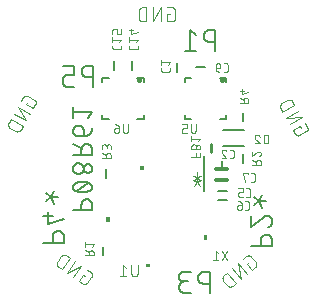
<source format=gbr>
G04 EAGLE Gerber RS-274X export*
G75*
%MOMM*%
%FSLAX34Y34*%
%LPD*%
%INSilkscreen Bottom*%
%IPPOS*%
%AMOC8*
5,1,8,0,0,1.08239X$1,22.5*%
G01*
%ADD10C,0.152400*%
%ADD11C,0.101600*%
%ADD12C,0.076200*%
%ADD13C,0.203200*%
%ADD14C,0.127000*%
%ADD15C,0.304800*%
%ADD16C,0.254000*%
%ADD17C,0.200000*%
%ADD18C,0.150000*%

G36*
X-10596Y-12381D02*
X-10596Y-12381D01*
X-10594Y-12382D01*
X-10551Y-12362D01*
X-10507Y-12343D01*
X-10507Y-12341D01*
X-10505Y-12340D01*
X-10472Y-12256D01*
X-10472Y-9716D01*
X-10473Y-9714D01*
X-10472Y-9711D01*
X-10492Y-9668D01*
X-10510Y-9625D01*
X-10512Y-9624D01*
X-10513Y-9622D01*
X-10598Y-9589D01*
X-14408Y-9589D01*
X-14410Y-9590D01*
X-14412Y-9589D01*
X-14455Y-9609D01*
X-14499Y-9628D01*
X-14499Y-9630D01*
X-14501Y-9631D01*
X-14534Y-9716D01*
X-14534Y-12256D01*
X-14533Y-12258D01*
X-14534Y-12260D01*
X-14514Y-12303D01*
X-14496Y-12346D01*
X-14494Y-12347D01*
X-14493Y-12349D01*
X-14408Y-12382D01*
X-10598Y-12382D01*
X-10596Y-12381D01*
G37*
G36*
X-40130Y-56919D02*
X-40130Y-56919D01*
X-40128Y-56920D01*
X-40085Y-56900D01*
X-40041Y-56881D01*
X-40041Y-56879D01*
X-40039Y-56878D01*
X-40006Y-56794D01*
X-40006Y-52984D01*
X-40007Y-52982D01*
X-40006Y-52979D01*
X-40026Y-52936D01*
X-40044Y-52893D01*
X-40046Y-52892D01*
X-40047Y-52890D01*
X-40132Y-52857D01*
X-42672Y-52857D01*
X-42674Y-52858D01*
X-42676Y-52857D01*
X-42719Y-52877D01*
X-42763Y-52896D01*
X-42763Y-52898D01*
X-42765Y-52899D01*
X-42798Y-52984D01*
X-42798Y-56794D01*
X-42797Y-56796D01*
X-42798Y-56798D01*
X-42778Y-56841D01*
X-42760Y-56884D01*
X-42758Y-56885D01*
X-42757Y-56887D01*
X-42672Y-56920D01*
X-40132Y-56920D01*
X-40130Y-56919D01*
G37*
G36*
X42674Y-71922D02*
X42674Y-71922D01*
X42676Y-71923D01*
X42719Y-71903D01*
X42763Y-71884D01*
X42763Y-71882D01*
X42765Y-71881D01*
X42798Y-71797D01*
X42798Y-67987D01*
X42797Y-67985D01*
X42798Y-67982D01*
X42778Y-67939D01*
X42760Y-67896D01*
X42758Y-67895D01*
X42757Y-67893D01*
X42672Y-67860D01*
X40132Y-67860D01*
X40130Y-67861D01*
X40128Y-67860D01*
X40085Y-67880D01*
X40041Y-67899D01*
X40041Y-67901D01*
X40039Y-67902D01*
X40006Y-67987D01*
X40006Y-71797D01*
X40007Y-71799D01*
X40006Y-71801D01*
X40026Y-71844D01*
X40044Y-71887D01*
X40046Y-71888D01*
X40047Y-71890D01*
X40132Y-71923D01*
X42672Y-71923D01*
X42674Y-71922D01*
G37*
G36*
X-5595Y-95185D02*
X-5595Y-95185D01*
X-5593Y-95186D01*
X-5550Y-95166D01*
X-5506Y-95147D01*
X-5506Y-95145D01*
X-5504Y-95144D01*
X-5471Y-95060D01*
X-5471Y-92520D01*
X-5472Y-92518D01*
X-5471Y-92515D01*
X-5491Y-92472D01*
X-5509Y-92429D01*
X-5511Y-92428D01*
X-5512Y-92426D01*
X-5597Y-92393D01*
X-9407Y-92393D01*
X-9409Y-92394D01*
X-9411Y-92393D01*
X-9454Y-92413D01*
X-9498Y-92432D01*
X-9498Y-92434D01*
X-9500Y-92435D01*
X-9533Y-92520D01*
X-9533Y-95060D01*
X-9532Y-95062D01*
X-9533Y-95064D01*
X-9513Y-95107D01*
X-9495Y-95150D01*
X-9493Y-95151D01*
X-9492Y-95153D01*
X-9407Y-95186D01*
X-5597Y-95186D01*
X-5595Y-95185D01*
G37*
D10*
X-70993Y-46463D02*
X-54737Y-46463D01*
X-54737Y-41948D01*
X-54739Y-41815D01*
X-54745Y-41683D01*
X-54755Y-41551D01*
X-54768Y-41419D01*
X-54786Y-41287D01*
X-54807Y-41157D01*
X-54832Y-41026D01*
X-54861Y-40897D01*
X-54894Y-40769D01*
X-54930Y-40641D01*
X-54970Y-40515D01*
X-55014Y-40390D01*
X-55062Y-40266D01*
X-55113Y-40144D01*
X-55168Y-40023D01*
X-55226Y-39904D01*
X-55288Y-39786D01*
X-55353Y-39671D01*
X-55422Y-39557D01*
X-55493Y-39446D01*
X-55569Y-39337D01*
X-55647Y-39230D01*
X-55728Y-39125D01*
X-55813Y-39023D01*
X-55900Y-38923D01*
X-55990Y-38826D01*
X-56083Y-38731D01*
X-56179Y-38640D01*
X-56277Y-38551D01*
X-56378Y-38465D01*
X-56482Y-38382D01*
X-56588Y-38302D01*
X-56696Y-38226D01*
X-56806Y-38152D01*
X-56919Y-38082D01*
X-57033Y-38015D01*
X-57150Y-37952D01*
X-57268Y-37892D01*
X-57388Y-37835D01*
X-57510Y-37782D01*
X-57633Y-37733D01*
X-57757Y-37687D01*
X-57883Y-37645D01*
X-58010Y-37607D01*
X-58138Y-37572D01*
X-58267Y-37541D01*
X-58396Y-37514D01*
X-58527Y-37491D01*
X-58658Y-37471D01*
X-58790Y-37456D01*
X-58922Y-37444D01*
X-59054Y-37436D01*
X-59187Y-37432D01*
X-59319Y-37432D01*
X-59452Y-37436D01*
X-59584Y-37444D01*
X-59716Y-37456D01*
X-59848Y-37471D01*
X-59979Y-37491D01*
X-60110Y-37514D01*
X-60239Y-37541D01*
X-60368Y-37572D01*
X-60496Y-37607D01*
X-60623Y-37645D01*
X-60749Y-37687D01*
X-60873Y-37733D01*
X-60996Y-37782D01*
X-61118Y-37835D01*
X-61238Y-37892D01*
X-61356Y-37952D01*
X-61473Y-38015D01*
X-61587Y-38082D01*
X-61700Y-38152D01*
X-61810Y-38226D01*
X-61918Y-38302D01*
X-62024Y-38382D01*
X-62128Y-38465D01*
X-62229Y-38551D01*
X-62327Y-38640D01*
X-62423Y-38731D01*
X-62516Y-38826D01*
X-62606Y-38923D01*
X-62693Y-39023D01*
X-62778Y-39125D01*
X-62859Y-39230D01*
X-62937Y-39337D01*
X-63013Y-39446D01*
X-63084Y-39557D01*
X-63153Y-39671D01*
X-63218Y-39786D01*
X-63280Y-39904D01*
X-63338Y-40023D01*
X-63393Y-40144D01*
X-63444Y-40266D01*
X-63492Y-40390D01*
X-63536Y-40515D01*
X-63576Y-40641D01*
X-63612Y-40769D01*
X-63645Y-40897D01*
X-63674Y-41026D01*
X-63699Y-41157D01*
X-63720Y-41287D01*
X-63738Y-41419D01*
X-63751Y-41551D01*
X-63761Y-41683D01*
X-63767Y-41815D01*
X-63769Y-41948D01*
X-63768Y-41948D02*
X-63768Y-46463D01*
X-62865Y-31564D02*
X-62545Y-31560D01*
X-62226Y-31549D01*
X-61906Y-31530D01*
X-61588Y-31503D01*
X-61270Y-31469D01*
X-60953Y-31427D01*
X-60637Y-31377D01*
X-60322Y-31320D01*
X-60009Y-31256D01*
X-59697Y-31184D01*
X-59387Y-31105D01*
X-59080Y-31018D01*
X-58774Y-30924D01*
X-58471Y-30823D01*
X-58170Y-30714D01*
X-57872Y-30599D01*
X-57576Y-30476D01*
X-57284Y-30346D01*
X-56995Y-30209D01*
X-56994Y-30209D02*
X-56886Y-30170D01*
X-56779Y-30127D01*
X-56674Y-30081D01*
X-56571Y-30031D01*
X-56469Y-29977D01*
X-56369Y-29920D01*
X-56271Y-29859D01*
X-56175Y-29795D01*
X-56082Y-29728D01*
X-55991Y-29658D01*
X-55902Y-29584D01*
X-55816Y-29508D01*
X-55733Y-29428D01*
X-55652Y-29346D01*
X-55574Y-29261D01*
X-55500Y-29174D01*
X-55428Y-29083D01*
X-55359Y-28991D01*
X-55294Y-28896D01*
X-55232Y-28799D01*
X-55173Y-28700D01*
X-55118Y-28599D01*
X-55067Y-28496D01*
X-55019Y-28391D01*
X-54974Y-28285D01*
X-54933Y-28178D01*
X-54896Y-28069D01*
X-54863Y-27958D01*
X-54834Y-27847D01*
X-54808Y-27735D01*
X-54786Y-27622D01*
X-54769Y-27508D01*
X-54755Y-27394D01*
X-54745Y-27279D01*
X-54739Y-27164D01*
X-54737Y-27049D01*
X-54739Y-26934D01*
X-54745Y-26819D01*
X-54755Y-26704D01*
X-54769Y-26590D01*
X-54786Y-26476D01*
X-54808Y-26363D01*
X-54834Y-26251D01*
X-54863Y-26139D01*
X-54896Y-26029D01*
X-54933Y-25920D01*
X-54974Y-25812D01*
X-55019Y-25706D01*
X-55067Y-25601D01*
X-55118Y-25499D01*
X-55174Y-25398D01*
X-55232Y-25298D01*
X-55294Y-25201D01*
X-55359Y-25107D01*
X-55428Y-25014D01*
X-55500Y-24924D01*
X-55574Y-24836D01*
X-55652Y-24751D01*
X-55733Y-24669D01*
X-55816Y-24590D01*
X-55902Y-24513D01*
X-55991Y-24440D01*
X-56082Y-24369D01*
X-56176Y-24302D01*
X-56271Y-24238D01*
X-56369Y-24177D01*
X-56469Y-24120D01*
X-56571Y-24067D01*
X-56675Y-24016D01*
X-56780Y-23970D01*
X-56887Y-23927D01*
X-56995Y-23888D01*
X-57284Y-23751D01*
X-57576Y-23621D01*
X-57872Y-23498D01*
X-58170Y-23383D01*
X-58471Y-23274D01*
X-58774Y-23173D01*
X-59080Y-23079D01*
X-59387Y-22992D01*
X-59697Y-22913D01*
X-60009Y-22841D01*
X-60322Y-22777D01*
X-60637Y-22720D01*
X-60953Y-22670D01*
X-61270Y-22628D01*
X-61588Y-22594D01*
X-61906Y-22567D01*
X-62226Y-22548D01*
X-62545Y-22537D01*
X-62865Y-22533D01*
X-62865Y-31564D02*
X-63185Y-31560D01*
X-63504Y-31549D01*
X-63824Y-31530D01*
X-64142Y-31503D01*
X-64460Y-31469D01*
X-64777Y-31427D01*
X-65093Y-31377D01*
X-65408Y-31320D01*
X-65721Y-31256D01*
X-66033Y-31184D01*
X-66343Y-31105D01*
X-66650Y-31018D01*
X-66956Y-30924D01*
X-67259Y-30823D01*
X-67560Y-30714D01*
X-67858Y-30599D01*
X-68154Y-30476D01*
X-68446Y-30346D01*
X-68735Y-30209D01*
X-68736Y-30210D02*
X-68844Y-30171D01*
X-68951Y-30128D01*
X-69056Y-30082D01*
X-69160Y-30031D01*
X-69262Y-29978D01*
X-69362Y-29921D01*
X-69460Y-29860D01*
X-69555Y-29796D01*
X-69649Y-29729D01*
X-69740Y-29658D01*
X-69829Y-29585D01*
X-69915Y-29508D01*
X-69998Y-29429D01*
X-70079Y-29347D01*
X-70157Y-29262D01*
X-70231Y-29174D01*
X-70303Y-29084D01*
X-70372Y-28991D01*
X-70437Y-28897D01*
X-70499Y-28800D01*
X-70557Y-28700D01*
X-70613Y-28599D01*
X-70664Y-28497D01*
X-70712Y-28392D01*
X-70757Y-28286D01*
X-70798Y-28178D01*
X-70835Y-28069D01*
X-70868Y-27959D01*
X-70897Y-27847D01*
X-70923Y-27735D01*
X-70945Y-27622D01*
X-70962Y-27508D01*
X-70976Y-27394D01*
X-70986Y-27279D01*
X-70992Y-27164D01*
X-70994Y-27049D01*
X-68735Y-23888D02*
X-68446Y-23751D01*
X-68154Y-23621D01*
X-67858Y-23498D01*
X-67560Y-23383D01*
X-67259Y-23274D01*
X-66956Y-23173D01*
X-66650Y-23079D01*
X-66343Y-22992D01*
X-66033Y-22913D01*
X-65721Y-22841D01*
X-65408Y-22777D01*
X-65093Y-22720D01*
X-64777Y-22670D01*
X-64460Y-22628D01*
X-64142Y-22594D01*
X-63824Y-22567D01*
X-63504Y-22548D01*
X-63185Y-22537D01*
X-62865Y-22533D01*
X-68735Y-23888D02*
X-68843Y-23927D01*
X-68950Y-23970D01*
X-69055Y-24016D01*
X-69159Y-24067D01*
X-69261Y-24120D01*
X-69361Y-24178D01*
X-69459Y-24238D01*
X-69554Y-24302D01*
X-69648Y-24369D01*
X-69739Y-24440D01*
X-69828Y-24513D01*
X-69914Y-24590D01*
X-69997Y-24669D01*
X-70078Y-24751D01*
X-70156Y-24836D01*
X-70230Y-24924D01*
X-70302Y-25014D01*
X-70371Y-25107D01*
X-70436Y-25201D01*
X-70498Y-25298D01*
X-70556Y-25398D01*
X-70612Y-25499D01*
X-70663Y-25602D01*
X-70711Y-25706D01*
X-70756Y-25812D01*
X-70797Y-25920D01*
X-70834Y-26029D01*
X-70867Y-26139D01*
X-70896Y-26251D01*
X-70922Y-26363D01*
X-70944Y-26476D01*
X-70961Y-26590D01*
X-70975Y-26704D01*
X-70985Y-26819D01*
X-70991Y-26934D01*
X-70993Y-27049D01*
X-67381Y-30661D02*
X-58349Y-23436D01*
X-66477Y-15933D02*
X-66344Y-15931D01*
X-66212Y-15925D01*
X-66080Y-15915D01*
X-65948Y-15902D01*
X-65816Y-15884D01*
X-65686Y-15863D01*
X-65555Y-15838D01*
X-65426Y-15809D01*
X-65298Y-15776D01*
X-65170Y-15740D01*
X-65044Y-15700D01*
X-64919Y-15656D01*
X-64795Y-15608D01*
X-64673Y-15557D01*
X-64552Y-15502D01*
X-64433Y-15444D01*
X-64315Y-15382D01*
X-64200Y-15317D01*
X-64086Y-15248D01*
X-63975Y-15177D01*
X-63866Y-15101D01*
X-63759Y-15023D01*
X-63654Y-14942D01*
X-63552Y-14857D01*
X-63452Y-14770D01*
X-63355Y-14680D01*
X-63260Y-14587D01*
X-63169Y-14491D01*
X-63080Y-14393D01*
X-62994Y-14292D01*
X-62911Y-14188D01*
X-62831Y-14082D01*
X-62755Y-13974D01*
X-62681Y-13864D01*
X-62611Y-13751D01*
X-62544Y-13637D01*
X-62481Y-13520D01*
X-62421Y-13402D01*
X-62364Y-13282D01*
X-62311Y-13160D01*
X-62262Y-13037D01*
X-62216Y-12913D01*
X-62174Y-12787D01*
X-62136Y-12660D01*
X-62101Y-12532D01*
X-62070Y-12403D01*
X-62043Y-12274D01*
X-62020Y-12143D01*
X-62000Y-12012D01*
X-61985Y-11880D01*
X-61973Y-11748D01*
X-61965Y-11616D01*
X-61961Y-11483D01*
X-61961Y-11351D01*
X-61965Y-11218D01*
X-61973Y-11086D01*
X-61985Y-10954D01*
X-62000Y-10822D01*
X-62020Y-10691D01*
X-62043Y-10560D01*
X-62070Y-10431D01*
X-62101Y-10302D01*
X-62136Y-10174D01*
X-62174Y-10047D01*
X-62216Y-9921D01*
X-62262Y-9797D01*
X-62311Y-9674D01*
X-62364Y-9552D01*
X-62421Y-9432D01*
X-62481Y-9314D01*
X-62544Y-9197D01*
X-62611Y-9083D01*
X-62681Y-8970D01*
X-62755Y-8860D01*
X-62831Y-8752D01*
X-62911Y-8646D01*
X-62994Y-8542D01*
X-63080Y-8441D01*
X-63169Y-8343D01*
X-63260Y-8247D01*
X-63355Y-8154D01*
X-63452Y-8064D01*
X-63552Y-7977D01*
X-63654Y-7892D01*
X-63759Y-7811D01*
X-63866Y-7733D01*
X-63975Y-7657D01*
X-64086Y-7586D01*
X-64200Y-7517D01*
X-64315Y-7452D01*
X-64433Y-7390D01*
X-64552Y-7332D01*
X-64673Y-7277D01*
X-64795Y-7226D01*
X-64919Y-7178D01*
X-65044Y-7134D01*
X-65170Y-7094D01*
X-65298Y-7058D01*
X-65426Y-7025D01*
X-65555Y-6996D01*
X-65686Y-6971D01*
X-65816Y-6950D01*
X-65948Y-6932D01*
X-66080Y-6919D01*
X-66212Y-6909D01*
X-66344Y-6903D01*
X-66477Y-6901D01*
X-66610Y-6903D01*
X-66742Y-6909D01*
X-66874Y-6919D01*
X-67006Y-6932D01*
X-67138Y-6950D01*
X-67268Y-6971D01*
X-67399Y-6996D01*
X-67528Y-7025D01*
X-67656Y-7058D01*
X-67784Y-7094D01*
X-67910Y-7134D01*
X-68035Y-7178D01*
X-68159Y-7226D01*
X-68281Y-7277D01*
X-68402Y-7332D01*
X-68521Y-7390D01*
X-68639Y-7452D01*
X-68754Y-7517D01*
X-68868Y-7586D01*
X-68979Y-7657D01*
X-69088Y-7733D01*
X-69195Y-7811D01*
X-69300Y-7892D01*
X-69402Y-7977D01*
X-69502Y-8064D01*
X-69599Y-8154D01*
X-69694Y-8247D01*
X-69785Y-8343D01*
X-69874Y-8441D01*
X-69960Y-8542D01*
X-70043Y-8646D01*
X-70123Y-8752D01*
X-70199Y-8860D01*
X-70273Y-8970D01*
X-70343Y-9083D01*
X-70410Y-9197D01*
X-70473Y-9314D01*
X-70533Y-9432D01*
X-70590Y-9552D01*
X-70643Y-9674D01*
X-70692Y-9797D01*
X-70738Y-9921D01*
X-70780Y-10047D01*
X-70818Y-10174D01*
X-70853Y-10302D01*
X-70884Y-10431D01*
X-70911Y-10560D01*
X-70934Y-10691D01*
X-70954Y-10822D01*
X-70969Y-10954D01*
X-70981Y-11086D01*
X-70989Y-11218D01*
X-70993Y-11351D01*
X-70993Y-11483D01*
X-70989Y-11616D01*
X-70981Y-11748D01*
X-70969Y-11880D01*
X-70954Y-12012D01*
X-70934Y-12143D01*
X-70911Y-12274D01*
X-70884Y-12403D01*
X-70853Y-12532D01*
X-70818Y-12660D01*
X-70780Y-12787D01*
X-70738Y-12913D01*
X-70692Y-13037D01*
X-70643Y-13160D01*
X-70590Y-13282D01*
X-70533Y-13402D01*
X-70473Y-13520D01*
X-70410Y-13637D01*
X-70343Y-13751D01*
X-70273Y-13864D01*
X-70199Y-13974D01*
X-70123Y-14082D01*
X-70043Y-14188D01*
X-69960Y-14292D01*
X-69874Y-14393D01*
X-69785Y-14491D01*
X-69694Y-14587D01*
X-69599Y-14680D01*
X-69502Y-14770D01*
X-69402Y-14857D01*
X-69300Y-14942D01*
X-69195Y-15023D01*
X-69088Y-15101D01*
X-68979Y-15177D01*
X-68868Y-15248D01*
X-68754Y-15317D01*
X-68639Y-15382D01*
X-68521Y-15444D01*
X-68402Y-15502D01*
X-68281Y-15557D01*
X-68159Y-15608D01*
X-68035Y-15656D01*
X-67910Y-15700D01*
X-67784Y-15740D01*
X-67656Y-15776D01*
X-67528Y-15809D01*
X-67399Y-15838D01*
X-67268Y-15863D01*
X-67138Y-15884D01*
X-67006Y-15902D01*
X-66874Y-15915D01*
X-66742Y-15925D01*
X-66610Y-15931D01*
X-66477Y-15933D01*
X-58349Y-15029D02*
X-58230Y-15027D01*
X-58110Y-15021D01*
X-57991Y-15011D01*
X-57873Y-14997D01*
X-57754Y-14980D01*
X-57637Y-14958D01*
X-57520Y-14933D01*
X-57405Y-14903D01*
X-57290Y-14870D01*
X-57176Y-14833D01*
X-57064Y-14793D01*
X-56953Y-14748D01*
X-56844Y-14700D01*
X-56736Y-14649D01*
X-56630Y-14594D01*
X-56526Y-14535D01*
X-56424Y-14473D01*
X-56324Y-14408D01*
X-56226Y-14339D01*
X-56130Y-14267D01*
X-56037Y-14192D01*
X-55947Y-14115D01*
X-55859Y-14034D01*
X-55774Y-13950D01*
X-55692Y-13863D01*
X-55612Y-13774D01*
X-55536Y-13682D01*
X-55462Y-13588D01*
X-55392Y-13491D01*
X-55325Y-13393D01*
X-55261Y-13292D01*
X-55201Y-13188D01*
X-55144Y-13083D01*
X-55091Y-12976D01*
X-55041Y-12868D01*
X-54995Y-12758D01*
X-54953Y-12646D01*
X-54914Y-12533D01*
X-54879Y-12419D01*
X-54848Y-12304D01*
X-54820Y-12187D01*
X-54797Y-12070D01*
X-54777Y-11953D01*
X-54761Y-11834D01*
X-54749Y-11715D01*
X-54741Y-11596D01*
X-54737Y-11477D01*
X-54737Y-11357D01*
X-54741Y-11238D01*
X-54749Y-11119D01*
X-54761Y-11000D01*
X-54777Y-10881D01*
X-54797Y-10764D01*
X-54820Y-10647D01*
X-54848Y-10530D01*
X-54879Y-10415D01*
X-54914Y-10301D01*
X-54953Y-10188D01*
X-54995Y-10076D01*
X-55041Y-9966D01*
X-55091Y-9858D01*
X-55144Y-9751D01*
X-55201Y-9646D01*
X-55261Y-9542D01*
X-55325Y-9441D01*
X-55392Y-9343D01*
X-55462Y-9246D01*
X-55536Y-9152D01*
X-55612Y-9060D01*
X-55692Y-8971D01*
X-55774Y-8884D01*
X-55859Y-8800D01*
X-55947Y-8719D01*
X-56037Y-8642D01*
X-56130Y-8567D01*
X-56226Y-8495D01*
X-56324Y-8426D01*
X-56424Y-8361D01*
X-56526Y-8299D01*
X-56630Y-8240D01*
X-56736Y-8185D01*
X-56844Y-8134D01*
X-56953Y-8086D01*
X-57064Y-8041D01*
X-57176Y-8001D01*
X-57290Y-7964D01*
X-57405Y-7931D01*
X-57520Y-7901D01*
X-57637Y-7876D01*
X-57754Y-7854D01*
X-57873Y-7837D01*
X-57991Y-7823D01*
X-58110Y-7813D01*
X-58230Y-7807D01*
X-58349Y-7805D01*
X-58468Y-7807D01*
X-58588Y-7813D01*
X-58707Y-7823D01*
X-58825Y-7837D01*
X-58944Y-7854D01*
X-59061Y-7876D01*
X-59178Y-7901D01*
X-59293Y-7931D01*
X-59408Y-7964D01*
X-59522Y-8001D01*
X-59634Y-8041D01*
X-59745Y-8086D01*
X-59854Y-8134D01*
X-59962Y-8185D01*
X-60068Y-8240D01*
X-60172Y-8299D01*
X-60274Y-8361D01*
X-60374Y-8426D01*
X-60472Y-8495D01*
X-60568Y-8567D01*
X-60661Y-8642D01*
X-60751Y-8719D01*
X-60839Y-8800D01*
X-60924Y-8884D01*
X-61006Y-8971D01*
X-61086Y-9060D01*
X-61162Y-9152D01*
X-61236Y-9246D01*
X-61306Y-9343D01*
X-61373Y-9441D01*
X-61437Y-9542D01*
X-61497Y-9646D01*
X-61554Y-9751D01*
X-61607Y-9858D01*
X-61657Y-9966D01*
X-61703Y-10076D01*
X-61745Y-10188D01*
X-61784Y-10301D01*
X-61819Y-10415D01*
X-61850Y-10530D01*
X-61878Y-10647D01*
X-61901Y-10764D01*
X-61921Y-10881D01*
X-61937Y-11000D01*
X-61949Y-11119D01*
X-61957Y-11238D01*
X-61961Y-11357D01*
X-61961Y-11477D01*
X-61957Y-11596D01*
X-61949Y-11715D01*
X-61937Y-11834D01*
X-61921Y-11953D01*
X-61901Y-12070D01*
X-61878Y-12187D01*
X-61850Y-12304D01*
X-61819Y-12419D01*
X-61784Y-12533D01*
X-61745Y-12646D01*
X-61703Y-12758D01*
X-61657Y-12868D01*
X-61607Y-12976D01*
X-61554Y-13083D01*
X-61497Y-13188D01*
X-61437Y-13292D01*
X-61373Y-13393D01*
X-61306Y-13491D01*
X-61236Y-13588D01*
X-61162Y-13682D01*
X-61086Y-13774D01*
X-61006Y-13863D01*
X-60924Y-13950D01*
X-60839Y-14034D01*
X-60751Y-14115D01*
X-60661Y-14192D01*
X-60568Y-14267D01*
X-60472Y-14339D01*
X-60374Y-14408D01*
X-60274Y-14473D01*
X-60172Y-14535D01*
X-60068Y-14594D01*
X-59962Y-14649D01*
X-59854Y-14700D01*
X-59745Y-14748D01*
X-59634Y-14793D01*
X-59522Y-14833D01*
X-59408Y-14870D01*
X-59293Y-14903D01*
X-59178Y-14933D01*
X-59061Y-14958D01*
X-58944Y-14980D01*
X-58825Y-14997D01*
X-58707Y-15011D01*
X-58588Y-15021D01*
X-58468Y-15027D01*
X-58349Y-15029D01*
X-54737Y311D02*
X-70993Y311D01*
X-54737Y311D02*
X-54737Y4827D01*
X-54739Y4960D01*
X-54745Y5092D01*
X-54755Y5224D01*
X-54768Y5356D01*
X-54786Y5488D01*
X-54807Y5618D01*
X-54832Y5749D01*
X-54861Y5878D01*
X-54894Y6006D01*
X-54930Y6134D01*
X-54970Y6260D01*
X-55014Y6385D01*
X-55062Y6509D01*
X-55113Y6631D01*
X-55168Y6752D01*
X-55226Y6871D01*
X-55288Y6989D01*
X-55353Y7104D01*
X-55422Y7218D01*
X-55493Y7329D01*
X-55569Y7438D01*
X-55647Y7545D01*
X-55728Y7650D01*
X-55813Y7752D01*
X-55900Y7852D01*
X-55990Y7949D01*
X-56083Y8044D01*
X-56179Y8135D01*
X-56277Y8224D01*
X-56378Y8310D01*
X-56482Y8393D01*
X-56588Y8473D01*
X-56696Y8549D01*
X-56806Y8623D01*
X-56919Y8693D01*
X-57033Y8760D01*
X-57150Y8823D01*
X-57268Y8883D01*
X-57388Y8940D01*
X-57510Y8993D01*
X-57633Y9042D01*
X-57757Y9088D01*
X-57883Y9130D01*
X-58010Y9168D01*
X-58138Y9203D01*
X-58267Y9234D01*
X-58396Y9261D01*
X-58527Y9284D01*
X-58658Y9304D01*
X-58790Y9319D01*
X-58922Y9331D01*
X-59054Y9339D01*
X-59187Y9343D01*
X-59319Y9343D01*
X-59452Y9339D01*
X-59584Y9331D01*
X-59716Y9319D01*
X-59848Y9304D01*
X-59979Y9284D01*
X-60110Y9261D01*
X-60239Y9234D01*
X-60368Y9203D01*
X-60496Y9168D01*
X-60623Y9130D01*
X-60749Y9088D01*
X-60873Y9042D01*
X-60996Y8993D01*
X-61118Y8940D01*
X-61238Y8883D01*
X-61356Y8823D01*
X-61473Y8760D01*
X-61587Y8693D01*
X-61700Y8623D01*
X-61810Y8549D01*
X-61918Y8473D01*
X-62024Y8393D01*
X-62128Y8310D01*
X-62229Y8224D01*
X-62327Y8135D01*
X-62423Y8044D01*
X-62516Y7949D01*
X-62606Y7852D01*
X-62693Y7752D01*
X-62778Y7650D01*
X-62859Y7545D01*
X-62937Y7438D01*
X-63013Y7329D01*
X-63084Y7218D01*
X-63153Y7104D01*
X-63218Y6989D01*
X-63280Y6871D01*
X-63338Y6752D01*
X-63393Y6631D01*
X-63444Y6509D01*
X-63492Y6385D01*
X-63536Y6260D01*
X-63576Y6134D01*
X-63612Y6006D01*
X-63645Y5878D01*
X-63674Y5749D01*
X-63699Y5618D01*
X-63720Y5488D01*
X-63738Y5356D01*
X-63751Y5224D01*
X-63761Y5092D01*
X-63767Y4960D01*
X-63769Y4827D01*
X-63768Y4827D02*
X-63768Y311D01*
X-63768Y5730D02*
X-70993Y9342D01*
X-61962Y15851D02*
X-61962Y21269D01*
X-61964Y21387D01*
X-61970Y21505D01*
X-61979Y21623D01*
X-61993Y21740D01*
X-62010Y21857D01*
X-62031Y21974D01*
X-62056Y22089D01*
X-62085Y22204D01*
X-62118Y22318D01*
X-62154Y22430D01*
X-62194Y22541D01*
X-62237Y22651D01*
X-62284Y22760D01*
X-62334Y22867D01*
X-62389Y22972D01*
X-62446Y23075D01*
X-62507Y23176D01*
X-62571Y23276D01*
X-62638Y23373D01*
X-62708Y23468D01*
X-62782Y23560D01*
X-62858Y23651D01*
X-62938Y23738D01*
X-63020Y23823D01*
X-63105Y23905D01*
X-63192Y23985D01*
X-63283Y24061D01*
X-63375Y24135D01*
X-63470Y24205D01*
X-63567Y24272D01*
X-63667Y24336D01*
X-63768Y24397D01*
X-63871Y24454D01*
X-63976Y24509D01*
X-64083Y24559D01*
X-64192Y24606D01*
X-64302Y24649D01*
X-64413Y24689D01*
X-64525Y24725D01*
X-64639Y24758D01*
X-64754Y24787D01*
X-64869Y24812D01*
X-64986Y24833D01*
X-65103Y24850D01*
X-65220Y24864D01*
X-65338Y24873D01*
X-65456Y24879D01*
X-65574Y24881D01*
X-65574Y24882D02*
X-66477Y24882D01*
X-66610Y24880D01*
X-66742Y24874D01*
X-66874Y24864D01*
X-67006Y24851D01*
X-67138Y24833D01*
X-67268Y24812D01*
X-67399Y24787D01*
X-67528Y24758D01*
X-67656Y24725D01*
X-67784Y24689D01*
X-67910Y24649D01*
X-68035Y24605D01*
X-68159Y24557D01*
X-68281Y24506D01*
X-68402Y24451D01*
X-68521Y24393D01*
X-68639Y24331D01*
X-68754Y24266D01*
X-68868Y24197D01*
X-68979Y24126D01*
X-69088Y24050D01*
X-69195Y23972D01*
X-69300Y23891D01*
X-69402Y23806D01*
X-69502Y23719D01*
X-69599Y23629D01*
X-69694Y23536D01*
X-69785Y23440D01*
X-69874Y23342D01*
X-69960Y23241D01*
X-70043Y23137D01*
X-70123Y23031D01*
X-70199Y22923D01*
X-70273Y22813D01*
X-70343Y22700D01*
X-70410Y22586D01*
X-70473Y22469D01*
X-70533Y22351D01*
X-70590Y22231D01*
X-70643Y22109D01*
X-70692Y21986D01*
X-70738Y21862D01*
X-70780Y21736D01*
X-70818Y21609D01*
X-70853Y21481D01*
X-70884Y21352D01*
X-70911Y21223D01*
X-70934Y21092D01*
X-70954Y20961D01*
X-70969Y20829D01*
X-70981Y20697D01*
X-70989Y20565D01*
X-70993Y20432D01*
X-70993Y20300D01*
X-70989Y20167D01*
X-70981Y20035D01*
X-70969Y19903D01*
X-70954Y19771D01*
X-70934Y19640D01*
X-70911Y19509D01*
X-70884Y19380D01*
X-70853Y19251D01*
X-70818Y19123D01*
X-70780Y18996D01*
X-70738Y18870D01*
X-70692Y18746D01*
X-70643Y18623D01*
X-70590Y18501D01*
X-70533Y18381D01*
X-70473Y18263D01*
X-70410Y18146D01*
X-70343Y18032D01*
X-70273Y17919D01*
X-70199Y17809D01*
X-70123Y17701D01*
X-70043Y17595D01*
X-69960Y17491D01*
X-69874Y17390D01*
X-69785Y17292D01*
X-69694Y17196D01*
X-69599Y17103D01*
X-69502Y17013D01*
X-69402Y16926D01*
X-69300Y16841D01*
X-69195Y16760D01*
X-69088Y16682D01*
X-68979Y16606D01*
X-68868Y16535D01*
X-68754Y16466D01*
X-68639Y16401D01*
X-68521Y16339D01*
X-68402Y16281D01*
X-68281Y16226D01*
X-68159Y16175D01*
X-68035Y16127D01*
X-67910Y16083D01*
X-67784Y16043D01*
X-67656Y16007D01*
X-67528Y15974D01*
X-67399Y15945D01*
X-67268Y15920D01*
X-67138Y15899D01*
X-67006Y15881D01*
X-66874Y15868D01*
X-66742Y15858D01*
X-66610Y15852D01*
X-66477Y15850D01*
X-66477Y15851D02*
X-61962Y15851D01*
X-61785Y15853D01*
X-61607Y15860D01*
X-61430Y15871D01*
X-61254Y15886D01*
X-61078Y15905D01*
X-60902Y15929D01*
X-60727Y15957D01*
X-60552Y15990D01*
X-60379Y16027D01*
X-60206Y16068D01*
X-60035Y16113D01*
X-59865Y16162D01*
X-59696Y16216D01*
X-59528Y16273D01*
X-59362Y16335D01*
X-59197Y16401D01*
X-59034Y16471D01*
X-58873Y16545D01*
X-58714Y16622D01*
X-58556Y16704D01*
X-58401Y16790D01*
X-58248Y16879D01*
X-58097Y16972D01*
X-57948Y17069D01*
X-57802Y17169D01*
X-57658Y17273D01*
X-57517Y17380D01*
X-57379Y17491D01*
X-57243Y17605D01*
X-57110Y17723D01*
X-56980Y17843D01*
X-56853Y17967D01*
X-56729Y18094D01*
X-56609Y18224D01*
X-56491Y18357D01*
X-56377Y18492D01*
X-56266Y18631D01*
X-56159Y18772D01*
X-56055Y18916D01*
X-55955Y19062D01*
X-55858Y19211D01*
X-55765Y19362D01*
X-55676Y19515D01*
X-55590Y19670D01*
X-55508Y19828D01*
X-55431Y19987D01*
X-55357Y20148D01*
X-55287Y20311D01*
X-55221Y20476D01*
X-55159Y20642D01*
X-55102Y20810D01*
X-55048Y20979D01*
X-54999Y21149D01*
X-54954Y21320D01*
X-54913Y21493D01*
X-54876Y21666D01*
X-54843Y21841D01*
X-54815Y22016D01*
X-54791Y22192D01*
X-54772Y22368D01*
X-54757Y22544D01*
X-54746Y22721D01*
X-54739Y22899D01*
X-54737Y23076D01*
X-58349Y31482D02*
X-54737Y35997D01*
X-70993Y35997D01*
X-70993Y31482D02*
X-70993Y40513D01*
D11*
X-62149Y-101437D02*
X-60554Y-102554D01*
X-62149Y-101437D02*
X-65872Y-106754D01*
X-62682Y-108988D01*
X-62599Y-109043D01*
X-62515Y-109095D01*
X-62428Y-109144D01*
X-62340Y-109190D01*
X-62250Y-109232D01*
X-62158Y-109271D01*
X-62065Y-109306D01*
X-61971Y-109338D01*
X-61876Y-109366D01*
X-61779Y-109390D01*
X-61682Y-109411D01*
X-61584Y-109427D01*
X-61485Y-109440D01*
X-61386Y-109450D01*
X-61287Y-109455D01*
X-61187Y-109457D01*
X-61088Y-109455D01*
X-60989Y-109449D01*
X-60890Y-109439D01*
X-60791Y-109426D01*
X-60693Y-109408D01*
X-60596Y-109387D01*
X-60500Y-109363D01*
X-60404Y-109334D01*
X-60310Y-109302D01*
X-60217Y-109267D01*
X-60126Y-109228D01*
X-60036Y-109185D01*
X-59948Y-109139D01*
X-59862Y-109090D01*
X-59777Y-109037D01*
X-59695Y-108981D01*
X-59615Y-108922D01*
X-59537Y-108860D01*
X-59462Y-108795D01*
X-59389Y-108728D01*
X-59319Y-108657D01*
X-59251Y-108584D01*
X-59187Y-108508D01*
X-59125Y-108430D01*
X-59066Y-108350D01*
X-59066Y-108351D02*
X-55343Y-103033D01*
X-55343Y-103034D02*
X-55287Y-102951D01*
X-55235Y-102866D01*
X-55186Y-102780D01*
X-55140Y-102691D01*
X-55098Y-102601D01*
X-55059Y-102510D01*
X-55024Y-102417D01*
X-54992Y-102322D01*
X-54964Y-102227D01*
X-54940Y-102130D01*
X-54919Y-102033D01*
X-54903Y-101935D01*
X-54890Y-101836D01*
X-54880Y-101737D01*
X-54875Y-101638D01*
X-54873Y-101538D01*
X-54875Y-101439D01*
X-54881Y-101340D01*
X-54891Y-101241D01*
X-54904Y-101142D01*
X-54922Y-101044D01*
X-54943Y-100947D01*
X-54967Y-100851D01*
X-54996Y-100755D01*
X-55028Y-100661D01*
X-55063Y-100568D01*
X-55102Y-100477D01*
X-55145Y-100387D01*
X-55191Y-100299D01*
X-55241Y-100212D01*
X-55293Y-100128D01*
X-55349Y-100045D01*
X-55408Y-99965D01*
X-55470Y-99887D01*
X-55535Y-99812D01*
X-55603Y-99739D01*
X-55673Y-99669D01*
X-55746Y-99602D01*
X-55822Y-99537D01*
X-55900Y-99475D01*
X-55980Y-99417D01*
X-59171Y-97183D01*
X-63841Y-93913D02*
X-70542Y-103484D01*
X-75860Y-99761D02*
X-63841Y-93913D01*
X-69158Y-90190D02*
X-75860Y-99761D01*
X-80529Y-96491D02*
X-73828Y-86920D01*
X-76486Y-85059D01*
X-76486Y-85058D02*
X-76580Y-84995D01*
X-76676Y-84935D01*
X-76774Y-84878D01*
X-76874Y-84825D01*
X-76976Y-84775D01*
X-77080Y-84729D01*
X-77185Y-84687D01*
X-77291Y-84648D01*
X-77399Y-84613D01*
X-77508Y-84582D01*
X-77618Y-84554D01*
X-77729Y-84531D01*
X-77840Y-84511D01*
X-77952Y-84495D01*
X-78065Y-84483D01*
X-78178Y-84475D01*
X-78291Y-84471D01*
X-78405Y-84471D01*
X-78518Y-84475D01*
X-78631Y-84483D01*
X-78744Y-84495D01*
X-78856Y-84511D01*
X-78967Y-84531D01*
X-79078Y-84554D01*
X-79188Y-84582D01*
X-79297Y-84613D01*
X-79405Y-84648D01*
X-79511Y-84687D01*
X-79616Y-84729D01*
X-79720Y-84775D01*
X-79822Y-84825D01*
X-79922Y-84878D01*
X-80020Y-84935D01*
X-80116Y-84995D01*
X-80210Y-85058D01*
X-80301Y-85125D01*
X-80391Y-85194D01*
X-80478Y-85267D01*
X-80562Y-85343D01*
X-80643Y-85422D01*
X-80722Y-85503D01*
X-80798Y-85587D01*
X-80871Y-85674D01*
X-80940Y-85764D01*
X-81007Y-85855D01*
X-81007Y-85856D02*
X-83985Y-90110D01*
X-83986Y-90109D02*
X-84049Y-90203D01*
X-84109Y-90299D01*
X-84166Y-90397D01*
X-84219Y-90497D01*
X-84269Y-90599D01*
X-84315Y-90703D01*
X-84357Y-90808D01*
X-84396Y-90914D01*
X-84431Y-91022D01*
X-84462Y-91131D01*
X-84490Y-91241D01*
X-84513Y-91352D01*
X-84533Y-91463D01*
X-84549Y-91575D01*
X-84561Y-91688D01*
X-84569Y-91801D01*
X-84573Y-91914D01*
X-84573Y-92028D01*
X-84569Y-92141D01*
X-84561Y-92254D01*
X-84549Y-92367D01*
X-84533Y-92479D01*
X-84513Y-92590D01*
X-84490Y-92701D01*
X-84462Y-92811D01*
X-84431Y-92920D01*
X-84396Y-93028D01*
X-84357Y-93134D01*
X-84315Y-93239D01*
X-84269Y-93343D01*
X-84219Y-93445D01*
X-84166Y-93545D01*
X-84109Y-93643D01*
X-84049Y-93739D01*
X-83986Y-93833D01*
X-83919Y-93925D01*
X-83850Y-94014D01*
X-83777Y-94101D01*
X-83701Y-94185D01*
X-83622Y-94266D01*
X-83541Y-94345D01*
X-83457Y-94421D01*
X-83370Y-94494D01*
X-83280Y-94563D01*
X-83189Y-94630D01*
X-83188Y-94630D02*
X-80529Y-96491D01*
X76286Y-92177D02*
X77778Y-90925D01*
X76286Y-92177D02*
X80459Y-97150D01*
X83442Y-94646D01*
X83517Y-94580D01*
X83589Y-94512D01*
X83659Y-94441D01*
X83726Y-94368D01*
X83790Y-94292D01*
X83851Y-94213D01*
X83909Y-94132D01*
X83964Y-94049D01*
X84016Y-93965D01*
X84064Y-93878D01*
X84109Y-93789D01*
X84151Y-93699D01*
X84189Y-93607D01*
X84224Y-93514D01*
X84255Y-93419D01*
X84282Y-93324D01*
X84306Y-93227D01*
X84326Y-93130D01*
X84342Y-93031D01*
X84354Y-92933D01*
X84363Y-92834D01*
X84368Y-92734D01*
X84369Y-92635D01*
X84366Y-92535D01*
X84360Y-92436D01*
X84349Y-92337D01*
X84335Y-92239D01*
X84317Y-92141D01*
X84296Y-92044D01*
X84270Y-91948D01*
X84241Y-91853D01*
X84209Y-91759D01*
X84172Y-91666D01*
X84133Y-91575D01*
X84090Y-91485D01*
X84043Y-91397D01*
X83993Y-91311D01*
X83940Y-91227D01*
X83884Y-91145D01*
X83824Y-91066D01*
X83762Y-90988D01*
X79590Y-86016D01*
X79525Y-85941D01*
X79457Y-85868D01*
X79386Y-85799D01*
X79312Y-85732D01*
X79236Y-85667D01*
X79158Y-85606D01*
X79077Y-85548D01*
X78994Y-85493D01*
X78909Y-85441D01*
X78822Y-85393D01*
X78733Y-85348D01*
X78643Y-85306D01*
X78551Y-85268D01*
X78458Y-85233D01*
X78363Y-85202D01*
X78268Y-85175D01*
X78171Y-85151D01*
X78074Y-85131D01*
X77976Y-85115D01*
X77877Y-85103D01*
X77778Y-85094D01*
X77678Y-85089D01*
X77579Y-85088D01*
X77479Y-85091D01*
X77380Y-85097D01*
X77281Y-85108D01*
X77183Y-85122D01*
X77085Y-85140D01*
X76988Y-85161D01*
X76892Y-85187D01*
X76796Y-85216D01*
X76702Y-85248D01*
X76610Y-85285D01*
X76519Y-85324D01*
X76429Y-85368D01*
X76341Y-85414D01*
X76255Y-85464D01*
X76171Y-85517D01*
X76089Y-85574D01*
X76009Y-85633D01*
X75932Y-85696D01*
X72948Y-88199D01*
X68581Y-91864D02*
X76092Y-100814D01*
X71119Y-104986D02*
X68581Y-91864D01*
X63609Y-96036D02*
X71119Y-104986D01*
X66752Y-108651D02*
X59242Y-99700D01*
X56755Y-101787D01*
X56756Y-101786D02*
X56670Y-101861D01*
X56587Y-101938D01*
X56507Y-102018D01*
X56430Y-102101D01*
X56355Y-102186D01*
X56284Y-102275D01*
X56216Y-102365D01*
X56151Y-102458D01*
X56089Y-102553D01*
X56031Y-102650D01*
X55976Y-102749D01*
X55925Y-102850D01*
X55877Y-102953D01*
X55832Y-103057D01*
X55792Y-103163D01*
X55755Y-103270D01*
X55722Y-103378D01*
X55692Y-103488D01*
X55667Y-103598D01*
X55645Y-103709D01*
X55628Y-103821D01*
X55614Y-103934D01*
X55604Y-104047D01*
X55598Y-104160D01*
X55596Y-104273D01*
X55598Y-104386D01*
X55604Y-104499D01*
X55614Y-104612D01*
X55628Y-104725D01*
X55645Y-104837D01*
X55667Y-104948D01*
X55692Y-105058D01*
X55722Y-105168D01*
X55755Y-105276D01*
X55792Y-105383D01*
X55832Y-105489D01*
X55877Y-105593D01*
X55925Y-105696D01*
X55976Y-105797D01*
X56031Y-105896D01*
X56089Y-105993D01*
X56151Y-106088D01*
X56216Y-106181D01*
X56284Y-106271D01*
X56355Y-106359D01*
X59693Y-110337D01*
X59768Y-110423D01*
X59845Y-110506D01*
X59925Y-110586D01*
X60008Y-110663D01*
X60094Y-110738D01*
X60182Y-110809D01*
X60272Y-110877D01*
X60365Y-110942D01*
X60460Y-111004D01*
X60557Y-111062D01*
X60656Y-111117D01*
X60757Y-111168D01*
X60860Y-111216D01*
X60964Y-111261D01*
X61070Y-111301D01*
X61177Y-111338D01*
X61285Y-111371D01*
X61395Y-111401D01*
X61505Y-111426D01*
X61616Y-111448D01*
X61728Y-111465D01*
X61841Y-111479D01*
X61954Y-111489D01*
X62067Y-111495D01*
X62180Y-111497D01*
X62293Y-111495D01*
X62406Y-111489D01*
X62519Y-111479D01*
X62632Y-111465D01*
X62744Y-111448D01*
X62855Y-111426D01*
X62965Y-111401D01*
X63075Y-111371D01*
X63183Y-111338D01*
X63290Y-111301D01*
X63396Y-111261D01*
X63500Y-111216D01*
X63603Y-111168D01*
X63704Y-111117D01*
X63803Y-111062D01*
X63900Y-111004D01*
X63995Y-110942D01*
X64088Y-110877D01*
X64178Y-110809D01*
X64267Y-110738D01*
X64266Y-110737D02*
X66752Y-108651D01*
X121897Y22640D02*
X120923Y24327D01*
X115301Y21081D01*
X117249Y17708D01*
X117300Y17623D01*
X117355Y17540D01*
X117412Y17459D01*
X117473Y17380D01*
X117537Y17304D01*
X117604Y17230D01*
X117673Y17159D01*
X117745Y17090D01*
X117820Y17024D01*
X117897Y16962D01*
X117976Y16902D01*
X118058Y16845D01*
X118142Y16792D01*
X118228Y16741D01*
X118315Y16694D01*
X118405Y16651D01*
X118496Y16611D01*
X118588Y16574D01*
X118682Y16541D01*
X118777Y16512D01*
X118873Y16486D01*
X118970Y16464D01*
X119068Y16446D01*
X119166Y16431D01*
X119265Y16420D01*
X119364Y16413D01*
X119464Y16410D01*
X119563Y16411D01*
X119663Y16415D01*
X119762Y16424D01*
X119861Y16436D01*
X119959Y16451D01*
X120056Y16471D01*
X120153Y16494D01*
X120249Y16521D01*
X120343Y16552D01*
X120437Y16586D01*
X120529Y16624D01*
X120619Y16665D01*
X120708Y16710D01*
X120795Y16758D01*
X120796Y16758D02*
X126417Y20003D01*
X126417Y20004D02*
X126502Y20055D01*
X126585Y20110D01*
X126666Y20167D01*
X126745Y20228D01*
X126821Y20292D01*
X126895Y20359D01*
X126966Y20428D01*
X127035Y20500D01*
X127101Y20575D01*
X127163Y20652D01*
X127223Y20731D01*
X127280Y20813D01*
X127333Y20897D01*
X127384Y20983D01*
X127431Y21070D01*
X127474Y21160D01*
X127514Y21251D01*
X127551Y21343D01*
X127584Y21437D01*
X127613Y21532D01*
X127639Y21628D01*
X127661Y21725D01*
X127679Y21823D01*
X127694Y21921D01*
X127705Y22020D01*
X127712Y22119D01*
X127715Y22219D01*
X127714Y22318D01*
X127710Y22418D01*
X127701Y22517D01*
X127689Y22615D01*
X127674Y22714D01*
X127654Y22811D01*
X127631Y22908D01*
X127604Y23004D01*
X127573Y23098D01*
X127539Y23192D01*
X127501Y23284D01*
X127460Y23374D01*
X127415Y23463D01*
X127367Y23550D01*
X125420Y26923D01*
X122570Y31860D02*
X112451Y26018D01*
X109205Y31640D02*
X122570Y31860D01*
X119324Y37482D02*
X109205Y31640D01*
X106355Y36577D02*
X116474Y42419D01*
X114851Y45229D01*
X114851Y45230D02*
X114793Y45327D01*
X114731Y45422D01*
X114666Y45515D01*
X114598Y45605D01*
X114527Y45693D01*
X114452Y45779D01*
X114375Y45862D01*
X114295Y45942D01*
X114212Y46019D01*
X114126Y46094D01*
X114038Y46165D01*
X113948Y46233D01*
X113855Y46298D01*
X113760Y46360D01*
X113663Y46418D01*
X113564Y46473D01*
X113463Y46524D01*
X113360Y46572D01*
X113256Y46617D01*
X113150Y46657D01*
X113043Y46694D01*
X112935Y46727D01*
X112825Y46757D01*
X112715Y46782D01*
X112604Y46804D01*
X112492Y46821D01*
X112379Y46835D01*
X112266Y46845D01*
X112153Y46851D01*
X112040Y46853D01*
X111927Y46851D01*
X111814Y46845D01*
X111701Y46835D01*
X111588Y46821D01*
X111476Y46804D01*
X111365Y46782D01*
X111255Y46757D01*
X111145Y46727D01*
X111037Y46694D01*
X110930Y46657D01*
X110824Y46617D01*
X110720Y46572D01*
X110617Y46524D01*
X110516Y46473D01*
X110417Y46418D01*
X110417Y46417D02*
X105920Y43821D01*
X105823Y43763D01*
X105728Y43701D01*
X105635Y43636D01*
X105545Y43568D01*
X105457Y43497D01*
X105371Y43422D01*
X105288Y43345D01*
X105208Y43265D01*
X105131Y43182D01*
X105056Y43096D01*
X104985Y43008D01*
X104917Y42918D01*
X104852Y42825D01*
X104790Y42730D01*
X104732Y42633D01*
X104677Y42534D01*
X104626Y42433D01*
X104578Y42330D01*
X104533Y42226D01*
X104493Y42120D01*
X104456Y42013D01*
X104423Y41905D01*
X104393Y41795D01*
X104368Y41685D01*
X104346Y41574D01*
X104329Y41462D01*
X104315Y41349D01*
X104305Y41236D01*
X104299Y41123D01*
X104297Y41010D01*
X104299Y40897D01*
X104305Y40784D01*
X104315Y40671D01*
X104329Y40558D01*
X104346Y40446D01*
X104368Y40335D01*
X104393Y40225D01*
X104423Y40115D01*
X104456Y40007D01*
X104493Y39900D01*
X104533Y39794D01*
X104578Y39690D01*
X104626Y39587D01*
X104677Y39486D01*
X104732Y39387D01*
X106355Y36577D01*
X10894Y119712D02*
X8946Y119712D01*
X8946Y113221D01*
X12841Y113221D01*
X12940Y113223D01*
X13040Y113229D01*
X13139Y113238D01*
X13237Y113251D01*
X13335Y113268D01*
X13433Y113289D01*
X13529Y113314D01*
X13624Y113342D01*
X13718Y113374D01*
X13811Y113409D01*
X13903Y113448D01*
X13993Y113491D01*
X14081Y113536D01*
X14168Y113586D01*
X14252Y113638D01*
X14335Y113694D01*
X14415Y113752D01*
X14493Y113814D01*
X14568Y113879D01*
X14641Y113947D01*
X14711Y114017D01*
X14779Y114090D01*
X14844Y114165D01*
X14906Y114243D01*
X14964Y114323D01*
X15020Y114406D01*
X15072Y114490D01*
X15122Y114577D01*
X15167Y114665D01*
X15210Y114755D01*
X15249Y114847D01*
X15284Y114940D01*
X15316Y115034D01*
X15344Y115129D01*
X15369Y115225D01*
X15390Y115323D01*
X15407Y115421D01*
X15420Y115519D01*
X15429Y115618D01*
X15435Y115718D01*
X15437Y115817D01*
X15438Y115817D02*
X15438Y122308D01*
X15437Y122308D02*
X15435Y122407D01*
X15429Y122507D01*
X15420Y122606D01*
X15407Y122704D01*
X15390Y122802D01*
X15369Y122900D01*
X15344Y122996D01*
X15316Y123091D01*
X15284Y123185D01*
X15249Y123278D01*
X15210Y123370D01*
X15167Y123460D01*
X15122Y123548D01*
X15072Y123635D01*
X15020Y123719D01*
X14964Y123802D01*
X14906Y123882D01*
X14844Y123960D01*
X14779Y124035D01*
X14711Y124108D01*
X14641Y124178D01*
X14568Y124246D01*
X14493Y124311D01*
X14415Y124373D01*
X14335Y124431D01*
X14252Y124487D01*
X14168Y124539D01*
X14081Y124589D01*
X13993Y124634D01*
X13903Y124677D01*
X13811Y124716D01*
X13718Y124751D01*
X13624Y124783D01*
X13529Y124811D01*
X13433Y124836D01*
X13335Y124857D01*
X13237Y124874D01*
X13139Y124887D01*
X13040Y124896D01*
X12940Y124902D01*
X12841Y124904D01*
X12841Y124905D02*
X8946Y124905D01*
X3246Y124905D02*
X3246Y113221D01*
X-3246Y113221D02*
X3246Y124905D01*
X-3246Y124905D02*
X-3246Y113221D01*
X-8946Y113221D02*
X-8946Y124905D01*
X-12192Y124905D01*
X-12305Y124903D01*
X-12418Y124897D01*
X-12531Y124887D01*
X-12644Y124873D01*
X-12756Y124856D01*
X-12867Y124834D01*
X-12977Y124809D01*
X-13087Y124779D01*
X-13195Y124746D01*
X-13302Y124709D01*
X-13408Y124669D01*
X-13512Y124624D01*
X-13615Y124576D01*
X-13716Y124525D01*
X-13815Y124470D01*
X-13912Y124412D01*
X-14007Y124350D01*
X-14100Y124285D01*
X-14190Y124217D01*
X-14278Y124146D01*
X-14364Y124071D01*
X-14447Y123994D01*
X-14527Y123914D01*
X-14604Y123831D01*
X-14679Y123745D01*
X-14750Y123657D01*
X-14818Y123567D01*
X-14883Y123474D01*
X-14945Y123379D01*
X-15003Y123282D01*
X-15058Y123183D01*
X-15109Y123082D01*
X-15157Y122979D01*
X-15202Y122875D01*
X-15242Y122769D01*
X-15279Y122662D01*
X-15312Y122554D01*
X-15342Y122444D01*
X-15367Y122334D01*
X-15389Y122223D01*
X-15406Y122111D01*
X-15420Y121998D01*
X-15430Y121885D01*
X-15436Y121772D01*
X-15438Y121659D01*
X-15438Y116466D01*
X-15436Y116353D01*
X-15430Y116240D01*
X-15420Y116127D01*
X-15406Y116014D01*
X-15389Y115902D01*
X-15367Y115791D01*
X-15342Y115681D01*
X-15312Y115571D01*
X-15279Y115463D01*
X-15242Y115356D01*
X-15202Y115250D01*
X-15157Y115146D01*
X-15109Y115043D01*
X-15058Y114942D01*
X-15003Y114843D01*
X-14945Y114746D01*
X-14883Y114651D01*
X-14818Y114558D01*
X-14750Y114468D01*
X-14679Y114380D01*
X-14604Y114294D01*
X-14527Y114211D01*
X-14447Y114131D01*
X-14364Y114054D01*
X-14278Y113979D01*
X-14190Y113908D01*
X-14100Y113840D01*
X-14007Y113775D01*
X-13912Y113713D01*
X-13815Y113655D01*
X-13716Y113600D01*
X-13615Y113549D01*
X-13512Y113501D01*
X-13408Y113456D01*
X-13302Y113416D01*
X-13195Y113379D01*
X-13087Y113346D01*
X-12977Y113316D01*
X-12867Y113291D01*
X-12756Y113269D01*
X-12644Y113252D01*
X-12531Y113238D01*
X-12418Y113228D01*
X-12305Y113222D01*
X-12192Y113220D01*
X-12192Y113221D02*
X-8946Y113221D01*
D10*
X80010Y-77400D02*
X97790Y-77400D01*
X97790Y-72461D01*
X97788Y-72321D01*
X97782Y-72182D01*
X97772Y-72042D01*
X97758Y-71903D01*
X97741Y-71764D01*
X97719Y-71626D01*
X97693Y-71489D01*
X97664Y-71352D01*
X97631Y-71216D01*
X97594Y-71082D01*
X97553Y-70948D01*
X97508Y-70816D01*
X97459Y-70684D01*
X97407Y-70555D01*
X97352Y-70427D01*
X97292Y-70300D01*
X97229Y-70175D01*
X97163Y-70052D01*
X97093Y-69931D01*
X97020Y-69812D01*
X96943Y-69695D01*
X96863Y-69581D01*
X96780Y-69468D01*
X96694Y-69358D01*
X96604Y-69251D01*
X96512Y-69146D01*
X96417Y-69044D01*
X96319Y-68944D01*
X96218Y-68847D01*
X96114Y-68753D01*
X96008Y-68663D01*
X95899Y-68575D01*
X95788Y-68490D01*
X95674Y-68409D01*
X95559Y-68330D01*
X95441Y-68255D01*
X95321Y-68184D01*
X95198Y-68116D01*
X95075Y-68051D01*
X94949Y-67990D01*
X94821Y-67932D01*
X94693Y-67878D01*
X94562Y-67828D01*
X94430Y-67781D01*
X94297Y-67738D01*
X94163Y-67699D01*
X94028Y-67664D01*
X93892Y-67633D01*
X93754Y-67605D01*
X93617Y-67582D01*
X93478Y-67562D01*
X93339Y-67546D01*
X93200Y-67534D01*
X93061Y-67526D01*
X92921Y-67522D01*
X92781Y-67522D01*
X92641Y-67526D01*
X92502Y-67534D01*
X92363Y-67546D01*
X92224Y-67562D01*
X92085Y-67582D01*
X91948Y-67605D01*
X91810Y-67633D01*
X91674Y-67664D01*
X91539Y-67699D01*
X91405Y-67738D01*
X91272Y-67781D01*
X91140Y-67828D01*
X91009Y-67878D01*
X90881Y-67932D01*
X90753Y-67990D01*
X90627Y-68051D01*
X90504Y-68116D01*
X90382Y-68184D01*
X90261Y-68255D01*
X90143Y-68330D01*
X90028Y-68409D01*
X89914Y-68490D01*
X89803Y-68575D01*
X89694Y-68663D01*
X89588Y-68753D01*
X89484Y-68847D01*
X89383Y-68944D01*
X89285Y-69044D01*
X89190Y-69146D01*
X89098Y-69251D01*
X89008Y-69358D01*
X88922Y-69468D01*
X88839Y-69581D01*
X88759Y-69695D01*
X88682Y-69812D01*
X88609Y-69931D01*
X88539Y-70052D01*
X88473Y-70175D01*
X88410Y-70300D01*
X88350Y-70427D01*
X88295Y-70555D01*
X88243Y-70684D01*
X88194Y-70816D01*
X88149Y-70948D01*
X88108Y-71082D01*
X88071Y-71216D01*
X88038Y-71352D01*
X88009Y-71489D01*
X87983Y-71626D01*
X87961Y-71764D01*
X87944Y-71903D01*
X87930Y-72042D01*
X87920Y-72182D01*
X87914Y-72321D01*
X87912Y-72461D01*
X87912Y-77400D01*
X97790Y-55972D02*
X97788Y-55840D01*
X97782Y-55709D01*
X97772Y-55577D01*
X97759Y-55446D01*
X97741Y-55316D01*
X97720Y-55186D01*
X97695Y-55056D01*
X97666Y-54928D01*
X97633Y-54800D01*
X97596Y-54674D01*
X97556Y-54548D01*
X97512Y-54424D01*
X97464Y-54301D01*
X97413Y-54180D01*
X97358Y-54060D01*
X97300Y-53942D01*
X97238Y-53826D01*
X97172Y-53712D01*
X97104Y-53599D01*
X97032Y-53489D01*
X96957Y-53381D01*
X96878Y-53275D01*
X96797Y-53171D01*
X96712Y-53070D01*
X96625Y-52972D01*
X96534Y-52876D01*
X96441Y-52783D01*
X96345Y-52692D01*
X96247Y-52605D01*
X96146Y-52520D01*
X96042Y-52439D01*
X95936Y-52360D01*
X95828Y-52285D01*
X95718Y-52213D01*
X95605Y-52145D01*
X95491Y-52079D01*
X95375Y-52017D01*
X95257Y-51959D01*
X95137Y-51904D01*
X95016Y-51853D01*
X94893Y-51805D01*
X94769Y-51761D01*
X94643Y-51721D01*
X94517Y-51684D01*
X94389Y-51651D01*
X94261Y-51622D01*
X94131Y-51597D01*
X94001Y-51576D01*
X93871Y-51558D01*
X93740Y-51545D01*
X93608Y-51535D01*
X93477Y-51529D01*
X93345Y-51527D01*
X97790Y-55972D02*
X97788Y-56122D01*
X97782Y-56271D01*
X97772Y-56420D01*
X97759Y-56569D01*
X97741Y-56718D01*
X97720Y-56866D01*
X97694Y-57014D01*
X97665Y-57160D01*
X97632Y-57306D01*
X97595Y-57451D01*
X97554Y-57595D01*
X97510Y-57738D01*
X97462Y-57880D01*
X97410Y-58020D01*
X97355Y-58159D01*
X97296Y-58297D01*
X97233Y-58432D01*
X97167Y-58567D01*
X97097Y-58699D01*
X97024Y-58829D01*
X96947Y-58958D01*
X96867Y-59085D01*
X96784Y-59209D01*
X96698Y-59331D01*
X96608Y-59451D01*
X96515Y-59568D01*
X96420Y-59683D01*
X96321Y-59796D01*
X96219Y-59906D01*
X96115Y-60013D01*
X96008Y-60117D01*
X95898Y-60219D01*
X95785Y-60317D01*
X95670Y-60413D01*
X95552Y-60505D01*
X95432Y-60595D01*
X95310Y-60681D01*
X95186Y-60764D01*
X95059Y-60844D01*
X94931Y-60920D01*
X94800Y-60993D01*
X94667Y-61063D01*
X94533Y-61129D01*
X94397Y-61191D01*
X94260Y-61250D01*
X94121Y-61306D01*
X93980Y-61357D01*
X93839Y-61405D01*
X89888Y-53010D02*
X89981Y-52914D01*
X90077Y-52822D01*
X90176Y-52732D01*
X90277Y-52645D01*
X90380Y-52561D01*
X90485Y-52479D01*
X90593Y-52401D01*
X90703Y-52326D01*
X90815Y-52253D01*
X90929Y-52184D01*
X91045Y-52118D01*
X91163Y-52056D01*
X91282Y-51997D01*
X91403Y-51941D01*
X91526Y-51888D01*
X91650Y-51839D01*
X91775Y-51794D01*
X91902Y-51751D01*
X92029Y-51713D01*
X92158Y-51678D01*
X92287Y-51647D01*
X92418Y-51619D01*
X92549Y-51595D01*
X92681Y-51574D01*
X92813Y-51558D01*
X92946Y-51545D01*
X93079Y-51535D01*
X93212Y-51530D01*
X93345Y-51528D01*
X89888Y-53009D02*
X80010Y-61405D01*
X80010Y-51527D01*
X86924Y-39158D02*
X92851Y-39158D01*
X86924Y-39158D02*
X82479Y-35700D01*
X86924Y-39158D02*
X82479Y-42615D01*
X86924Y-39158D02*
X88900Y-33725D01*
X86924Y-39158D02*
X88900Y-44590D01*
X-78423Y-74225D02*
X-96203Y-74225D01*
X-78423Y-74225D02*
X-78423Y-69286D01*
X-78422Y-69286D02*
X-78424Y-69146D01*
X-78430Y-69007D01*
X-78440Y-68867D01*
X-78454Y-68728D01*
X-78471Y-68589D01*
X-78493Y-68451D01*
X-78519Y-68314D01*
X-78548Y-68177D01*
X-78581Y-68041D01*
X-78618Y-67907D01*
X-78659Y-67773D01*
X-78704Y-67641D01*
X-78753Y-67509D01*
X-78805Y-67380D01*
X-78860Y-67252D01*
X-78920Y-67125D01*
X-78983Y-67000D01*
X-79049Y-66877D01*
X-79119Y-66756D01*
X-79192Y-66637D01*
X-79269Y-66520D01*
X-79349Y-66406D01*
X-79432Y-66293D01*
X-79518Y-66183D01*
X-79608Y-66076D01*
X-79700Y-65971D01*
X-79795Y-65869D01*
X-79893Y-65769D01*
X-79994Y-65672D01*
X-80098Y-65578D01*
X-80204Y-65488D01*
X-80313Y-65400D01*
X-80424Y-65315D01*
X-80538Y-65234D01*
X-80653Y-65155D01*
X-80771Y-65080D01*
X-80892Y-65009D01*
X-81014Y-64941D01*
X-81137Y-64876D01*
X-81263Y-64815D01*
X-81391Y-64757D01*
X-81519Y-64703D01*
X-81650Y-64653D01*
X-81782Y-64606D01*
X-81915Y-64563D01*
X-82049Y-64524D01*
X-82184Y-64489D01*
X-82320Y-64458D01*
X-82458Y-64430D01*
X-82595Y-64407D01*
X-82734Y-64387D01*
X-82873Y-64371D01*
X-83012Y-64359D01*
X-83151Y-64351D01*
X-83291Y-64347D01*
X-83431Y-64347D01*
X-83571Y-64351D01*
X-83710Y-64359D01*
X-83849Y-64371D01*
X-83988Y-64387D01*
X-84127Y-64407D01*
X-84264Y-64430D01*
X-84402Y-64458D01*
X-84538Y-64489D01*
X-84673Y-64524D01*
X-84807Y-64563D01*
X-84940Y-64606D01*
X-85072Y-64653D01*
X-85203Y-64703D01*
X-85331Y-64757D01*
X-85459Y-64815D01*
X-85585Y-64876D01*
X-85708Y-64941D01*
X-85831Y-65009D01*
X-85951Y-65080D01*
X-86069Y-65155D01*
X-86184Y-65234D01*
X-86298Y-65315D01*
X-86409Y-65400D01*
X-86518Y-65488D01*
X-86624Y-65578D01*
X-86728Y-65672D01*
X-86829Y-65769D01*
X-86927Y-65869D01*
X-87022Y-65971D01*
X-87114Y-66076D01*
X-87204Y-66183D01*
X-87290Y-66293D01*
X-87373Y-66406D01*
X-87453Y-66520D01*
X-87530Y-66637D01*
X-87603Y-66756D01*
X-87673Y-66877D01*
X-87739Y-67000D01*
X-87802Y-67125D01*
X-87862Y-67252D01*
X-87917Y-67380D01*
X-87969Y-67509D01*
X-88018Y-67641D01*
X-88063Y-67773D01*
X-88104Y-67907D01*
X-88141Y-68041D01*
X-88174Y-68177D01*
X-88203Y-68314D01*
X-88229Y-68451D01*
X-88251Y-68589D01*
X-88268Y-68728D01*
X-88282Y-68867D01*
X-88292Y-69007D01*
X-88298Y-69146D01*
X-88300Y-69286D01*
X-88300Y-74225D01*
X-92251Y-58230D02*
X-78423Y-54279D01*
X-92251Y-58230D02*
X-92251Y-48352D01*
X-88300Y-51316D02*
X-96203Y-51316D01*
X-89288Y-35983D02*
X-83361Y-35983D01*
X-89288Y-35983D02*
X-93733Y-32525D01*
X-89288Y-35983D02*
X-93733Y-39440D01*
X-89288Y-35983D02*
X-87313Y-30550D01*
X-89288Y-35983D02*
X-87313Y-41415D01*
X-53739Y57785D02*
X-53739Y75565D01*
X-58678Y75565D01*
X-58818Y75563D01*
X-58957Y75557D01*
X-59097Y75547D01*
X-59236Y75533D01*
X-59375Y75516D01*
X-59513Y75494D01*
X-59650Y75468D01*
X-59787Y75439D01*
X-59923Y75406D01*
X-60057Y75369D01*
X-60191Y75328D01*
X-60323Y75283D01*
X-60455Y75234D01*
X-60584Y75182D01*
X-60712Y75127D01*
X-60839Y75067D01*
X-60964Y75004D01*
X-61087Y74938D01*
X-61208Y74868D01*
X-61327Y74795D01*
X-61444Y74718D01*
X-61558Y74638D01*
X-61671Y74555D01*
X-61781Y74469D01*
X-61888Y74379D01*
X-61993Y74287D01*
X-62095Y74192D01*
X-62195Y74094D01*
X-62292Y73993D01*
X-62386Y73889D01*
X-62476Y73783D01*
X-62564Y73674D01*
X-62649Y73563D01*
X-62730Y73449D01*
X-62809Y73334D01*
X-62884Y73216D01*
X-62955Y73095D01*
X-63023Y72973D01*
X-63088Y72850D01*
X-63149Y72724D01*
X-63207Y72596D01*
X-63261Y72468D01*
X-63311Y72337D01*
X-63358Y72205D01*
X-63401Y72072D01*
X-63440Y71938D01*
X-63475Y71803D01*
X-63506Y71667D01*
X-63534Y71529D01*
X-63557Y71392D01*
X-63577Y71253D01*
X-63593Y71114D01*
X-63605Y70975D01*
X-63613Y70836D01*
X-63617Y70696D01*
X-63617Y70556D01*
X-63613Y70416D01*
X-63605Y70277D01*
X-63593Y70138D01*
X-63577Y69999D01*
X-63557Y69860D01*
X-63534Y69723D01*
X-63506Y69585D01*
X-63475Y69449D01*
X-63440Y69314D01*
X-63401Y69180D01*
X-63358Y69047D01*
X-63311Y68915D01*
X-63261Y68784D01*
X-63207Y68656D01*
X-63149Y68528D01*
X-63088Y68402D01*
X-63023Y68279D01*
X-62955Y68156D01*
X-62884Y68036D01*
X-62809Y67918D01*
X-62730Y67803D01*
X-62649Y67689D01*
X-62564Y67578D01*
X-62476Y67469D01*
X-62386Y67363D01*
X-62292Y67259D01*
X-62195Y67158D01*
X-62095Y67060D01*
X-61993Y66965D01*
X-61888Y66873D01*
X-61781Y66783D01*
X-61671Y66697D01*
X-61558Y66614D01*
X-61444Y66534D01*
X-61327Y66457D01*
X-61208Y66384D01*
X-61087Y66314D01*
X-60964Y66248D01*
X-60839Y66185D01*
X-60712Y66125D01*
X-60584Y66070D01*
X-60455Y66018D01*
X-60323Y65969D01*
X-60191Y65924D01*
X-60057Y65883D01*
X-59923Y65846D01*
X-59787Y65813D01*
X-59650Y65784D01*
X-59513Y65758D01*
X-59375Y65736D01*
X-59236Y65719D01*
X-59097Y65705D01*
X-58957Y65695D01*
X-58818Y65689D01*
X-58678Y65687D01*
X-53739Y65687D01*
X-69734Y57785D02*
X-75660Y57785D01*
X-75784Y57787D01*
X-75908Y57793D01*
X-76032Y57803D01*
X-76155Y57816D01*
X-76278Y57834D01*
X-76400Y57855D01*
X-76522Y57880D01*
X-76643Y57909D01*
X-76762Y57942D01*
X-76881Y57978D01*
X-76998Y58019D01*
X-77114Y58062D01*
X-77229Y58110D01*
X-77342Y58161D01*
X-77454Y58216D01*
X-77563Y58274D01*
X-77671Y58335D01*
X-77777Y58400D01*
X-77881Y58468D01*
X-77982Y58540D01*
X-78082Y58614D01*
X-78178Y58692D01*
X-78273Y58772D01*
X-78365Y58856D01*
X-78454Y58942D01*
X-78540Y59031D01*
X-78624Y59123D01*
X-78704Y59218D01*
X-78782Y59314D01*
X-78856Y59414D01*
X-78928Y59515D01*
X-78996Y59619D01*
X-79061Y59725D01*
X-79122Y59833D01*
X-79180Y59942D01*
X-79235Y60054D01*
X-79286Y60167D01*
X-79334Y60282D01*
X-79377Y60398D01*
X-79418Y60515D01*
X-79454Y60634D01*
X-79487Y60753D01*
X-79516Y60874D01*
X-79541Y60996D01*
X-79562Y61118D01*
X-79580Y61241D01*
X-79593Y61364D01*
X-79603Y61488D01*
X-79609Y61612D01*
X-79611Y61736D01*
X-79611Y63712D01*
X-79609Y63836D01*
X-79603Y63960D01*
X-79593Y64084D01*
X-79580Y64207D01*
X-79562Y64330D01*
X-79541Y64452D01*
X-79516Y64574D01*
X-79487Y64695D01*
X-79454Y64814D01*
X-79418Y64933D01*
X-79377Y65050D01*
X-79334Y65166D01*
X-79286Y65281D01*
X-79235Y65394D01*
X-79180Y65506D01*
X-79122Y65615D01*
X-79061Y65723D01*
X-78996Y65829D01*
X-78928Y65933D01*
X-78856Y66034D01*
X-78782Y66134D01*
X-78704Y66230D01*
X-78624Y66325D01*
X-78540Y66417D01*
X-78454Y66506D01*
X-78365Y66592D01*
X-78273Y66676D01*
X-78178Y66756D01*
X-78082Y66834D01*
X-77982Y66908D01*
X-77881Y66980D01*
X-77777Y67048D01*
X-77671Y67113D01*
X-77563Y67174D01*
X-77454Y67232D01*
X-77342Y67287D01*
X-77229Y67338D01*
X-77114Y67386D01*
X-76998Y67429D01*
X-76881Y67470D01*
X-76762Y67506D01*
X-76643Y67539D01*
X-76522Y67568D01*
X-76400Y67593D01*
X-76278Y67614D01*
X-76155Y67632D01*
X-76032Y67645D01*
X-75908Y67655D01*
X-75784Y67661D01*
X-75660Y67663D01*
X-69734Y67663D01*
X-69734Y75565D01*
X-79611Y75565D01*
X49449Y87948D02*
X49449Y105728D01*
X44510Y105728D01*
X44370Y105726D01*
X44231Y105720D01*
X44091Y105710D01*
X43952Y105696D01*
X43813Y105679D01*
X43675Y105657D01*
X43538Y105631D01*
X43401Y105602D01*
X43265Y105569D01*
X43131Y105532D01*
X42997Y105491D01*
X42865Y105446D01*
X42733Y105397D01*
X42604Y105345D01*
X42476Y105290D01*
X42349Y105230D01*
X42224Y105167D01*
X42101Y105101D01*
X41980Y105031D01*
X41861Y104958D01*
X41744Y104881D01*
X41630Y104801D01*
X41517Y104718D01*
X41407Y104632D01*
X41300Y104542D01*
X41195Y104450D01*
X41093Y104355D01*
X40993Y104257D01*
X40896Y104156D01*
X40802Y104052D01*
X40712Y103946D01*
X40624Y103837D01*
X40539Y103726D01*
X40458Y103612D01*
X40379Y103497D01*
X40304Y103379D01*
X40233Y103258D01*
X40165Y103136D01*
X40100Y103013D01*
X40039Y102887D01*
X39981Y102759D01*
X39927Y102631D01*
X39877Y102500D01*
X39830Y102368D01*
X39787Y102235D01*
X39748Y102101D01*
X39713Y101966D01*
X39682Y101830D01*
X39654Y101692D01*
X39631Y101555D01*
X39611Y101416D01*
X39595Y101277D01*
X39583Y101138D01*
X39575Y100999D01*
X39571Y100859D01*
X39571Y100719D01*
X39575Y100579D01*
X39583Y100440D01*
X39595Y100301D01*
X39611Y100162D01*
X39631Y100023D01*
X39654Y99886D01*
X39682Y99748D01*
X39713Y99612D01*
X39748Y99477D01*
X39787Y99343D01*
X39830Y99210D01*
X39877Y99078D01*
X39927Y98947D01*
X39981Y98819D01*
X40039Y98691D01*
X40100Y98565D01*
X40165Y98442D01*
X40233Y98319D01*
X40304Y98199D01*
X40379Y98081D01*
X40458Y97966D01*
X40539Y97852D01*
X40624Y97741D01*
X40712Y97632D01*
X40802Y97526D01*
X40896Y97422D01*
X40993Y97321D01*
X41093Y97223D01*
X41195Y97128D01*
X41300Y97036D01*
X41407Y96946D01*
X41517Y96860D01*
X41630Y96777D01*
X41744Y96697D01*
X41861Y96620D01*
X41980Y96547D01*
X42101Y96477D01*
X42224Y96411D01*
X42349Y96348D01*
X42476Y96288D01*
X42604Y96233D01*
X42733Y96181D01*
X42865Y96132D01*
X42997Y96087D01*
X43131Y96046D01*
X43265Y96009D01*
X43401Y95976D01*
X43538Y95947D01*
X43675Y95921D01*
X43813Y95899D01*
X43952Y95882D01*
X44091Y95868D01*
X44231Y95858D01*
X44370Y95852D01*
X44510Y95850D01*
X49449Y95850D01*
X33454Y101776D02*
X28515Y105728D01*
X28515Y87948D01*
X33454Y87948D02*
X23576Y87948D01*
D11*
X-109415Y44684D02*
X-110389Y42997D01*
X-104768Y39752D01*
X-102820Y43125D01*
X-102821Y43125D02*
X-102773Y43212D01*
X-102728Y43301D01*
X-102687Y43391D01*
X-102649Y43483D01*
X-102615Y43577D01*
X-102584Y43671D01*
X-102557Y43767D01*
X-102534Y43864D01*
X-102514Y43961D01*
X-102499Y44060D01*
X-102487Y44158D01*
X-102478Y44257D01*
X-102474Y44357D01*
X-102473Y44456D01*
X-102476Y44556D01*
X-102483Y44655D01*
X-102494Y44754D01*
X-102509Y44852D01*
X-102527Y44950D01*
X-102549Y45047D01*
X-102575Y45143D01*
X-102604Y45238D01*
X-102637Y45332D01*
X-102674Y45424D01*
X-102714Y45515D01*
X-102757Y45605D01*
X-102804Y45692D01*
X-102855Y45778D01*
X-102908Y45862D01*
X-102965Y45944D01*
X-103025Y46023D01*
X-103087Y46100D01*
X-103153Y46175D01*
X-103222Y46247D01*
X-103293Y46316D01*
X-103367Y46383D01*
X-103443Y46447D01*
X-103522Y46508D01*
X-103603Y46565D01*
X-103686Y46620D01*
X-103771Y46671D01*
X-109392Y49917D01*
X-109392Y49916D02*
X-109479Y49964D01*
X-109568Y50009D01*
X-109658Y50050D01*
X-109750Y50088D01*
X-109844Y50122D01*
X-109938Y50153D01*
X-110034Y50180D01*
X-110131Y50203D01*
X-110228Y50223D01*
X-110327Y50238D01*
X-110425Y50250D01*
X-110524Y50259D01*
X-110624Y50263D01*
X-110723Y50264D01*
X-110823Y50261D01*
X-110922Y50254D01*
X-111021Y50243D01*
X-111119Y50228D01*
X-111217Y50210D01*
X-111314Y50188D01*
X-111410Y50162D01*
X-111505Y50133D01*
X-111599Y50100D01*
X-111691Y50063D01*
X-111782Y50023D01*
X-111871Y49980D01*
X-111959Y49933D01*
X-112045Y49882D01*
X-112129Y49829D01*
X-112210Y49772D01*
X-112290Y49712D01*
X-112367Y49650D01*
X-112442Y49584D01*
X-112514Y49515D01*
X-112583Y49444D01*
X-112650Y49370D01*
X-112714Y49294D01*
X-112774Y49215D01*
X-112832Y49134D01*
X-112887Y49051D01*
X-112938Y48966D01*
X-112939Y48967D02*
X-114886Y45594D01*
X-117737Y40657D02*
X-107618Y34815D01*
X-110864Y29193D02*
X-117737Y40657D01*
X-120982Y35035D02*
X-110864Y29193D01*
X-113714Y24256D02*
X-123833Y30098D01*
X-125455Y27287D01*
X-125456Y27288D02*
X-125511Y27189D01*
X-125562Y27088D01*
X-125610Y26985D01*
X-125655Y26881D01*
X-125695Y26775D01*
X-125732Y26668D01*
X-125765Y26560D01*
X-125795Y26450D01*
X-125820Y26340D01*
X-125842Y26229D01*
X-125859Y26117D01*
X-125873Y26004D01*
X-125883Y25891D01*
X-125889Y25778D01*
X-125891Y25665D01*
X-125889Y25552D01*
X-125883Y25439D01*
X-125873Y25326D01*
X-125859Y25213D01*
X-125842Y25101D01*
X-125820Y24990D01*
X-125795Y24880D01*
X-125765Y24770D01*
X-125732Y24662D01*
X-125695Y24555D01*
X-125655Y24449D01*
X-125610Y24345D01*
X-125562Y24242D01*
X-125511Y24141D01*
X-125456Y24042D01*
X-125398Y23945D01*
X-125336Y23850D01*
X-125271Y23757D01*
X-125203Y23667D01*
X-125132Y23579D01*
X-125057Y23493D01*
X-124980Y23410D01*
X-124900Y23330D01*
X-124817Y23253D01*
X-124731Y23178D01*
X-124643Y23107D01*
X-124553Y23039D01*
X-124460Y22974D01*
X-124365Y22912D01*
X-124268Y22854D01*
X-124267Y22854D02*
X-119770Y20257D01*
X-119771Y20257D02*
X-119672Y20202D01*
X-119571Y20151D01*
X-119468Y20103D01*
X-119364Y20058D01*
X-119258Y20018D01*
X-119151Y19981D01*
X-119043Y19948D01*
X-118933Y19918D01*
X-118823Y19893D01*
X-118712Y19871D01*
X-118600Y19854D01*
X-118487Y19840D01*
X-118374Y19830D01*
X-118261Y19824D01*
X-118148Y19822D01*
X-118035Y19824D01*
X-117922Y19830D01*
X-117809Y19840D01*
X-117696Y19854D01*
X-117584Y19871D01*
X-117473Y19893D01*
X-117363Y19918D01*
X-117253Y19948D01*
X-117145Y19981D01*
X-117038Y20018D01*
X-116932Y20058D01*
X-116828Y20103D01*
X-116725Y20151D01*
X-116624Y20202D01*
X-116525Y20257D01*
X-116428Y20315D01*
X-116333Y20377D01*
X-116240Y20442D01*
X-116150Y20510D01*
X-116061Y20581D01*
X-115976Y20656D01*
X-115893Y20733D01*
X-115813Y20813D01*
X-115736Y20896D01*
X-115661Y20982D01*
X-115590Y21070D01*
X-115522Y21160D01*
X-115457Y21253D01*
X-115395Y21348D01*
X-115337Y21445D01*
X-113714Y24256D01*
D10*
X44686Y-99060D02*
X44686Y-116840D01*
X44686Y-99060D02*
X39748Y-99060D01*
X39608Y-99062D01*
X39469Y-99068D01*
X39329Y-99078D01*
X39190Y-99092D01*
X39051Y-99109D01*
X38913Y-99131D01*
X38776Y-99157D01*
X38639Y-99186D01*
X38503Y-99219D01*
X38369Y-99256D01*
X38235Y-99297D01*
X38103Y-99342D01*
X37971Y-99391D01*
X37842Y-99443D01*
X37714Y-99498D01*
X37587Y-99558D01*
X37462Y-99621D01*
X37339Y-99687D01*
X37218Y-99757D01*
X37099Y-99830D01*
X36982Y-99907D01*
X36868Y-99987D01*
X36755Y-100070D01*
X36645Y-100156D01*
X36538Y-100246D01*
X36433Y-100338D01*
X36331Y-100433D01*
X36231Y-100531D01*
X36134Y-100632D01*
X36040Y-100736D01*
X35950Y-100842D01*
X35862Y-100951D01*
X35777Y-101062D01*
X35696Y-101176D01*
X35617Y-101291D01*
X35542Y-101409D01*
X35471Y-101530D01*
X35403Y-101652D01*
X35338Y-101775D01*
X35277Y-101901D01*
X35219Y-102029D01*
X35165Y-102157D01*
X35115Y-102288D01*
X35068Y-102420D01*
X35025Y-102553D01*
X34986Y-102687D01*
X34951Y-102822D01*
X34920Y-102958D01*
X34892Y-103096D01*
X34869Y-103233D01*
X34849Y-103372D01*
X34833Y-103511D01*
X34821Y-103650D01*
X34813Y-103789D01*
X34809Y-103929D01*
X34809Y-104069D01*
X34813Y-104209D01*
X34821Y-104348D01*
X34833Y-104487D01*
X34849Y-104626D01*
X34869Y-104765D01*
X34892Y-104902D01*
X34920Y-105040D01*
X34951Y-105176D01*
X34986Y-105311D01*
X35025Y-105445D01*
X35068Y-105578D01*
X35115Y-105710D01*
X35165Y-105841D01*
X35219Y-105969D01*
X35277Y-106097D01*
X35338Y-106223D01*
X35403Y-106346D01*
X35471Y-106469D01*
X35542Y-106589D01*
X35617Y-106707D01*
X35696Y-106822D01*
X35777Y-106936D01*
X35862Y-107047D01*
X35950Y-107156D01*
X36040Y-107262D01*
X36134Y-107366D01*
X36231Y-107467D01*
X36331Y-107565D01*
X36433Y-107660D01*
X36538Y-107752D01*
X36645Y-107842D01*
X36755Y-107928D01*
X36868Y-108011D01*
X36982Y-108091D01*
X37099Y-108168D01*
X37218Y-108241D01*
X37339Y-108311D01*
X37462Y-108377D01*
X37587Y-108440D01*
X37714Y-108500D01*
X37842Y-108555D01*
X37971Y-108607D01*
X38103Y-108656D01*
X38235Y-108701D01*
X38369Y-108742D01*
X38503Y-108779D01*
X38639Y-108812D01*
X38776Y-108841D01*
X38913Y-108867D01*
X39051Y-108889D01*
X39190Y-108906D01*
X39329Y-108920D01*
X39469Y-108930D01*
X39608Y-108936D01*
X39748Y-108938D01*
X44686Y-108938D01*
X28691Y-116840D02*
X23752Y-116840D01*
X23612Y-116838D01*
X23473Y-116832D01*
X23333Y-116822D01*
X23194Y-116808D01*
X23055Y-116791D01*
X22917Y-116769D01*
X22780Y-116743D01*
X22643Y-116714D01*
X22507Y-116681D01*
X22373Y-116644D01*
X22239Y-116603D01*
X22107Y-116558D01*
X21975Y-116509D01*
X21846Y-116457D01*
X21718Y-116402D01*
X21591Y-116342D01*
X21466Y-116279D01*
X21343Y-116213D01*
X21222Y-116143D01*
X21103Y-116070D01*
X20986Y-115993D01*
X20872Y-115913D01*
X20759Y-115830D01*
X20649Y-115744D01*
X20542Y-115654D01*
X20437Y-115562D01*
X20335Y-115467D01*
X20235Y-115369D01*
X20138Y-115268D01*
X20044Y-115164D01*
X19954Y-115058D01*
X19866Y-114949D01*
X19781Y-114838D01*
X19700Y-114724D01*
X19621Y-114609D01*
X19546Y-114491D01*
X19475Y-114371D01*
X19407Y-114248D01*
X19342Y-114125D01*
X19281Y-113999D01*
X19223Y-113871D01*
X19169Y-113743D01*
X19119Y-113612D01*
X19072Y-113480D01*
X19029Y-113347D01*
X18990Y-113213D01*
X18955Y-113078D01*
X18924Y-112942D01*
X18896Y-112804D01*
X18873Y-112667D01*
X18853Y-112528D01*
X18837Y-112389D01*
X18825Y-112250D01*
X18817Y-112111D01*
X18813Y-111971D01*
X18813Y-111831D01*
X18817Y-111691D01*
X18825Y-111552D01*
X18837Y-111413D01*
X18853Y-111274D01*
X18873Y-111135D01*
X18896Y-110998D01*
X18924Y-110860D01*
X18955Y-110724D01*
X18990Y-110589D01*
X19029Y-110455D01*
X19072Y-110322D01*
X19119Y-110190D01*
X19169Y-110059D01*
X19223Y-109931D01*
X19281Y-109803D01*
X19342Y-109677D01*
X19407Y-109554D01*
X19475Y-109432D01*
X19546Y-109311D01*
X19621Y-109193D01*
X19700Y-109078D01*
X19781Y-108964D01*
X19866Y-108853D01*
X19954Y-108744D01*
X20044Y-108638D01*
X20138Y-108534D01*
X20235Y-108433D01*
X20335Y-108335D01*
X20437Y-108240D01*
X20542Y-108148D01*
X20649Y-108058D01*
X20759Y-107972D01*
X20872Y-107889D01*
X20986Y-107809D01*
X21103Y-107732D01*
X21222Y-107659D01*
X21343Y-107589D01*
X21466Y-107523D01*
X21591Y-107460D01*
X21718Y-107400D01*
X21846Y-107345D01*
X21975Y-107293D01*
X22107Y-107244D01*
X22239Y-107199D01*
X22373Y-107158D01*
X22507Y-107121D01*
X22643Y-107088D01*
X22780Y-107059D01*
X22917Y-107033D01*
X23055Y-107011D01*
X23194Y-106994D01*
X23333Y-106980D01*
X23473Y-106970D01*
X23612Y-106964D01*
X23752Y-106962D01*
X22765Y-99060D02*
X28691Y-99060D01*
X22765Y-99060D02*
X22641Y-99062D01*
X22517Y-99068D01*
X22393Y-99078D01*
X22270Y-99091D01*
X22147Y-99109D01*
X22025Y-99130D01*
X21903Y-99155D01*
X21782Y-99184D01*
X21663Y-99217D01*
X21544Y-99253D01*
X21427Y-99294D01*
X21311Y-99337D01*
X21196Y-99385D01*
X21083Y-99436D01*
X20971Y-99491D01*
X20862Y-99549D01*
X20754Y-99610D01*
X20648Y-99675D01*
X20544Y-99743D01*
X20443Y-99815D01*
X20343Y-99889D01*
X20247Y-99967D01*
X20152Y-100047D01*
X20060Y-100131D01*
X19971Y-100217D01*
X19885Y-100306D01*
X19801Y-100398D01*
X19721Y-100493D01*
X19643Y-100589D01*
X19569Y-100689D01*
X19497Y-100790D01*
X19429Y-100894D01*
X19364Y-101000D01*
X19303Y-101108D01*
X19245Y-101217D01*
X19190Y-101329D01*
X19139Y-101442D01*
X19091Y-101557D01*
X19048Y-101673D01*
X19007Y-101790D01*
X18971Y-101909D01*
X18938Y-102028D01*
X18909Y-102149D01*
X18884Y-102271D01*
X18863Y-102393D01*
X18845Y-102516D01*
X18832Y-102639D01*
X18822Y-102763D01*
X18816Y-102887D01*
X18814Y-103011D01*
X18816Y-103135D01*
X18822Y-103259D01*
X18832Y-103383D01*
X18845Y-103506D01*
X18863Y-103629D01*
X18884Y-103751D01*
X18909Y-103873D01*
X18938Y-103994D01*
X18971Y-104113D01*
X19007Y-104232D01*
X19048Y-104349D01*
X19091Y-104465D01*
X19139Y-104580D01*
X19190Y-104693D01*
X19245Y-104805D01*
X19303Y-104914D01*
X19364Y-105022D01*
X19429Y-105128D01*
X19497Y-105232D01*
X19569Y-105333D01*
X19643Y-105433D01*
X19721Y-105529D01*
X19801Y-105624D01*
X19885Y-105716D01*
X19971Y-105805D01*
X20060Y-105891D01*
X20152Y-105975D01*
X20247Y-106055D01*
X20343Y-106133D01*
X20443Y-106207D01*
X20544Y-106279D01*
X20648Y-106347D01*
X20754Y-106412D01*
X20862Y-106473D01*
X20971Y-106531D01*
X21083Y-106586D01*
X21196Y-106637D01*
X21311Y-106685D01*
X21427Y-106728D01*
X21544Y-106769D01*
X21663Y-106805D01*
X21782Y-106838D01*
X21903Y-106867D01*
X22025Y-106892D01*
X22147Y-106913D01*
X22270Y-106931D01*
X22393Y-106944D01*
X22517Y-106954D01*
X22641Y-106960D01*
X22765Y-106962D01*
X26716Y-106962D01*
D12*
X-16256Y-100196D02*
X-16256Y-93409D01*
X-16256Y-100196D02*
X-16258Y-100297D01*
X-16264Y-100398D01*
X-16274Y-100499D01*
X-16287Y-100599D01*
X-16305Y-100699D01*
X-16326Y-100798D01*
X-16352Y-100896D01*
X-16381Y-100993D01*
X-16413Y-101089D01*
X-16450Y-101183D01*
X-16490Y-101276D01*
X-16534Y-101368D01*
X-16581Y-101457D01*
X-16632Y-101545D01*
X-16686Y-101631D01*
X-16743Y-101714D01*
X-16803Y-101796D01*
X-16867Y-101874D01*
X-16933Y-101951D01*
X-17003Y-102024D01*
X-17075Y-102095D01*
X-17150Y-102163D01*
X-17228Y-102228D01*
X-17308Y-102290D01*
X-17390Y-102349D01*
X-17475Y-102405D01*
X-17562Y-102457D01*
X-17650Y-102506D01*
X-17741Y-102552D01*
X-17833Y-102593D01*
X-17927Y-102632D01*
X-18022Y-102666D01*
X-18118Y-102697D01*
X-18216Y-102724D01*
X-18314Y-102748D01*
X-18414Y-102767D01*
X-18514Y-102783D01*
X-18614Y-102795D01*
X-18715Y-102803D01*
X-18816Y-102807D01*
X-18918Y-102807D01*
X-19019Y-102803D01*
X-19120Y-102795D01*
X-19220Y-102783D01*
X-19320Y-102767D01*
X-19420Y-102748D01*
X-19518Y-102724D01*
X-19616Y-102697D01*
X-19712Y-102666D01*
X-19807Y-102632D01*
X-19901Y-102593D01*
X-19993Y-102552D01*
X-20084Y-102506D01*
X-20173Y-102457D01*
X-20259Y-102405D01*
X-20344Y-102349D01*
X-20426Y-102290D01*
X-20506Y-102228D01*
X-20584Y-102163D01*
X-20659Y-102095D01*
X-20731Y-102024D01*
X-20801Y-101951D01*
X-20867Y-101874D01*
X-20931Y-101796D01*
X-20991Y-101714D01*
X-21048Y-101631D01*
X-21102Y-101545D01*
X-21153Y-101457D01*
X-21200Y-101368D01*
X-21244Y-101276D01*
X-21284Y-101183D01*
X-21321Y-101089D01*
X-21353Y-100993D01*
X-21382Y-100896D01*
X-21408Y-100798D01*
X-21429Y-100699D01*
X-21447Y-100599D01*
X-21460Y-100499D01*
X-21470Y-100398D01*
X-21476Y-100297D01*
X-21478Y-100196D01*
X-21477Y-100196D02*
X-21477Y-93409D01*
X-25705Y-95497D02*
X-28315Y-93409D01*
X-28315Y-102807D01*
X-25705Y-102807D02*
X-30926Y-102807D01*
D13*
X55563Y-11113D02*
X55563Y-4763D01*
D11*
X34022Y-14866D02*
X34022Y-18761D01*
X31750Y-21682D01*
X34022Y-18761D02*
X36294Y-21682D01*
X34022Y-18761D02*
X30452Y-17463D01*
X34022Y-18761D02*
X37592Y-17463D01*
D14*
X39763Y-20813D02*
X39763Y-1313D01*
D15*
X50483Y-11621D02*
X59627Y-11621D01*
D12*
X61830Y-2794D02*
X63467Y-2794D01*
X63545Y-2792D01*
X63623Y-2787D01*
X63700Y-2777D01*
X63777Y-2764D01*
X63853Y-2748D01*
X63928Y-2728D01*
X64002Y-2704D01*
X64075Y-2677D01*
X64147Y-2646D01*
X64217Y-2612D01*
X64286Y-2575D01*
X64352Y-2534D01*
X64417Y-2490D01*
X64479Y-2444D01*
X64539Y-2394D01*
X64597Y-2342D01*
X64652Y-2287D01*
X64704Y-2229D01*
X64754Y-2169D01*
X64800Y-2107D01*
X64844Y-2042D01*
X64885Y-1975D01*
X64922Y-1907D01*
X64956Y-1837D01*
X64987Y-1765D01*
X65014Y-1692D01*
X65038Y-1618D01*
X65058Y-1543D01*
X65074Y-1467D01*
X65087Y-1390D01*
X65097Y-1313D01*
X65102Y-1235D01*
X65104Y-1157D01*
X65103Y-1157D02*
X65103Y2935D01*
X65104Y2935D02*
X65102Y3013D01*
X65097Y3091D01*
X65087Y3168D01*
X65074Y3245D01*
X65058Y3321D01*
X65038Y3396D01*
X65014Y3470D01*
X64987Y3543D01*
X64956Y3615D01*
X64922Y3685D01*
X64885Y3754D01*
X64844Y3820D01*
X64800Y3885D01*
X64754Y3947D01*
X64704Y4007D01*
X64652Y4065D01*
X64597Y4120D01*
X64539Y4172D01*
X64479Y4222D01*
X64417Y4268D01*
X64352Y4312D01*
X64286Y4353D01*
X64217Y4390D01*
X64147Y4424D01*
X64075Y4455D01*
X64002Y4482D01*
X63928Y4506D01*
X63853Y4526D01*
X63777Y4542D01*
X63700Y4555D01*
X63623Y4565D01*
X63545Y4570D01*
X63467Y4572D01*
X61830Y4572D01*
X56734Y4573D02*
X56649Y4571D01*
X56564Y4565D01*
X56480Y4555D01*
X56396Y4542D01*
X56312Y4524D01*
X56230Y4503D01*
X56149Y4478D01*
X56069Y4449D01*
X55990Y4416D01*
X55913Y4380D01*
X55838Y4340D01*
X55764Y4297D01*
X55693Y4251D01*
X55624Y4201D01*
X55557Y4148D01*
X55493Y4092D01*
X55432Y4033D01*
X55373Y3972D01*
X55317Y3908D01*
X55264Y3841D01*
X55214Y3772D01*
X55168Y3701D01*
X55125Y3627D01*
X55085Y3552D01*
X55049Y3475D01*
X55016Y3396D01*
X54987Y3316D01*
X54962Y3235D01*
X54941Y3153D01*
X54923Y3069D01*
X54910Y2985D01*
X54900Y2901D01*
X54894Y2816D01*
X54892Y2731D01*
X56734Y4572D02*
X56830Y4570D01*
X56926Y4564D01*
X57021Y4554D01*
X57116Y4541D01*
X57211Y4523D01*
X57304Y4502D01*
X57397Y4477D01*
X57488Y4448D01*
X57579Y4416D01*
X57668Y4380D01*
X57755Y4340D01*
X57841Y4297D01*
X57925Y4251D01*
X58007Y4201D01*
X58087Y4147D01*
X58164Y4091D01*
X58239Y4031D01*
X58312Y3969D01*
X58382Y3903D01*
X58450Y3835D01*
X58515Y3764D01*
X58576Y3691D01*
X58635Y3615D01*
X58691Y3536D01*
X58743Y3456D01*
X58792Y3373D01*
X58838Y3289D01*
X58880Y3203D01*
X58918Y3115D01*
X58953Y3026D01*
X58985Y2935D01*
X55506Y1299D02*
X55446Y1358D01*
X55389Y1420D01*
X55334Y1484D01*
X55283Y1551D01*
X55234Y1620D01*
X55188Y1690D01*
X55145Y1763D01*
X55105Y1837D01*
X55069Y1913D01*
X55036Y1991D01*
X55006Y2070D01*
X54979Y2150D01*
X54956Y2231D01*
X54937Y2313D01*
X54921Y2395D01*
X54908Y2479D01*
X54899Y2563D01*
X54894Y2647D01*
X54892Y2731D01*
X55506Y1298D02*
X58984Y-2794D01*
X54892Y-2794D01*
D13*
X51499Y-30163D02*
X59119Y-30163D01*
D12*
X75720Y-35735D02*
X77357Y-35735D01*
X77435Y-35733D01*
X77513Y-35728D01*
X77590Y-35718D01*
X77667Y-35705D01*
X77743Y-35689D01*
X77818Y-35669D01*
X77892Y-35645D01*
X77965Y-35618D01*
X78037Y-35587D01*
X78107Y-35553D01*
X78176Y-35516D01*
X78242Y-35475D01*
X78307Y-35431D01*
X78369Y-35385D01*
X78429Y-35335D01*
X78487Y-35283D01*
X78542Y-35228D01*
X78594Y-35170D01*
X78644Y-35110D01*
X78690Y-35048D01*
X78734Y-34983D01*
X78775Y-34916D01*
X78812Y-34848D01*
X78846Y-34778D01*
X78877Y-34706D01*
X78904Y-34633D01*
X78928Y-34559D01*
X78948Y-34484D01*
X78964Y-34408D01*
X78977Y-34331D01*
X78987Y-34254D01*
X78992Y-34176D01*
X78994Y-34098D01*
X78994Y-30006D01*
X78992Y-29926D01*
X78986Y-29846D01*
X78976Y-29766D01*
X78963Y-29687D01*
X78945Y-29608D01*
X78924Y-29531D01*
X78898Y-29455D01*
X78869Y-29380D01*
X78837Y-29306D01*
X78801Y-29234D01*
X78761Y-29164D01*
X78718Y-29097D01*
X78672Y-29031D01*
X78622Y-28968D01*
X78570Y-28907D01*
X78515Y-28848D01*
X78456Y-28793D01*
X78396Y-28741D01*
X78332Y-28691D01*
X78267Y-28645D01*
X78199Y-28602D01*
X78129Y-28562D01*
X78057Y-28526D01*
X77983Y-28494D01*
X77909Y-28465D01*
X77832Y-28440D01*
X77755Y-28418D01*
X77676Y-28400D01*
X77597Y-28387D01*
X77518Y-28377D01*
X77437Y-28371D01*
X77357Y-28369D01*
X75720Y-28369D01*
X72875Y-35735D02*
X70420Y-35735D01*
X70340Y-35733D01*
X70260Y-35727D01*
X70180Y-35717D01*
X70101Y-35704D01*
X70022Y-35686D01*
X69945Y-35665D01*
X69869Y-35639D01*
X69794Y-35610D01*
X69720Y-35578D01*
X69648Y-35542D01*
X69578Y-35502D01*
X69511Y-35459D01*
X69445Y-35413D01*
X69382Y-35363D01*
X69321Y-35311D01*
X69262Y-35256D01*
X69207Y-35197D01*
X69155Y-35137D01*
X69105Y-35073D01*
X69059Y-35008D01*
X69016Y-34940D01*
X68976Y-34870D01*
X68940Y-34798D01*
X68908Y-34724D01*
X68879Y-34650D01*
X68854Y-34573D01*
X68832Y-34496D01*
X68814Y-34417D01*
X68801Y-34338D01*
X68791Y-34259D01*
X68785Y-34178D01*
X68783Y-34098D01*
X68783Y-33279D01*
X68785Y-33201D01*
X68790Y-33123D01*
X68800Y-33046D01*
X68813Y-32969D01*
X68829Y-32893D01*
X68849Y-32818D01*
X68873Y-32744D01*
X68900Y-32671D01*
X68931Y-32599D01*
X68965Y-32529D01*
X69002Y-32460D01*
X69043Y-32394D01*
X69087Y-32329D01*
X69133Y-32267D01*
X69183Y-32207D01*
X69235Y-32149D01*
X69290Y-32094D01*
X69348Y-32042D01*
X69408Y-31992D01*
X69470Y-31946D01*
X69535Y-31902D01*
X69602Y-31861D01*
X69670Y-31824D01*
X69740Y-31790D01*
X69812Y-31759D01*
X69885Y-31732D01*
X69959Y-31708D01*
X70034Y-31688D01*
X70110Y-31672D01*
X70187Y-31659D01*
X70264Y-31649D01*
X70342Y-31644D01*
X70420Y-31642D01*
X72875Y-31642D01*
X72875Y-28369D01*
X68783Y-28369D01*
D13*
X59119Y-38100D02*
X51499Y-38100D01*
D12*
X74927Y-46450D02*
X76563Y-46450D01*
X76641Y-46448D01*
X76719Y-46443D01*
X76796Y-46433D01*
X76873Y-46420D01*
X76949Y-46404D01*
X77024Y-46384D01*
X77098Y-46360D01*
X77171Y-46333D01*
X77243Y-46302D01*
X77313Y-46268D01*
X77382Y-46231D01*
X77448Y-46190D01*
X77513Y-46146D01*
X77575Y-46100D01*
X77635Y-46050D01*
X77693Y-45998D01*
X77748Y-45943D01*
X77800Y-45885D01*
X77850Y-45825D01*
X77896Y-45763D01*
X77940Y-45698D01*
X77981Y-45631D01*
X78018Y-45563D01*
X78052Y-45493D01*
X78083Y-45421D01*
X78110Y-45348D01*
X78134Y-45274D01*
X78154Y-45199D01*
X78170Y-45123D01*
X78183Y-45046D01*
X78193Y-44969D01*
X78198Y-44891D01*
X78200Y-44813D01*
X78200Y-40721D01*
X78198Y-40641D01*
X78192Y-40561D01*
X78182Y-40481D01*
X78169Y-40402D01*
X78151Y-40323D01*
X78130Y-40246D01*
X78104Y-40170D01*
X78075Y-40095D01*
X78043Y-40021D01*
X78007Y-39949D01*
X77967Y-39879D01*
X77924Y-39812D01*
X77878Y-39746D01*
X77828Y-39683D01*
X77776Y-39622D01*
X77721Y-39563D01*
X77662Y-39508D01*
X77602Y-39456D01*
X77538Y-39406D01*
X77473Y-39360D01*
X77405Y-39317D01*
X77335Y-39277D01*
X77263Y-39241D01*
X77189Y-39209D01*
X77115Y-39180D01*
X77038Y-39155D01*
X76961Y-39133D01*
X76882Y-39115D01*
X76803Y-39102D01*
X76724Y-39092D01*
X76643Y-39086D01*
X76563Y-39084D01*
X74927Y-39084D01*
X72081Y-42358D02*
X69626Y-42358D01*
X69548Y-42360D01*
X69470Y-42365D01*
X69393Y-42375D01*
X69316Y-42388D01*
X69240Y-42404D01*
X69165Y-42424D01*
X69091Y-42448D01*
X69018Y-42475D01*
X68946Y-42506D01*
X68876Y-42540D01*
X68808Y-42577D01*
X68741Y-42618D01*
X68676Y-42662D01*
X68614Y-42708D01*
X68554Y-42758D01*
X68496Y-42810D01*
X68441Y-42865D01*
X68389Y-42923D01*
X68339Y-42983D01*
X68293Y-43045D01*
X68249Y-43110D01*
X68208Y-43177D01*
X68171Y-43245D01*
X68137Y-43315D01*
X68106Y-43387D01*
X68079Y-43460D01*
X68055Y-43534D01*
X68035Y-43609D01*
X68019Y-43685D01*
X68006Y-43762D01*
X67996Y-43839D01*
X67991Y-43917D01*
X67989Y-43995D01*
X67989Y-44404D01*
X67991Y-44493D01*
X67997Y-44582D01*
X68007Y-44671D01*
X68020Y-44759D01*
X68037Y-44847D01*
X68059Y-44934D01*
X68084Y-45019D01*
X68112Y-45104D01*
X68145Y-45187D01*
X68181Y-45269D01*
X68220Y-45349D01*
X68263Y-45427D01*
X68309Y-45503D01*
X68359Y-45578D01*
X68412Y-45650D01*
X68468Y-45719D01*
X68527Y-45786D01*
X68588Y-45851D01*
X68653Y-45912D01*
X68720Y-45971D01*
X68789Y-46027D01*
X68861Y-46080D01*
X68936Y-46130D01*
X69012Y-46176D01*
X69090Y-46219D01*
X69170Y-46258D01*
X69252Y-46294D01*
X69335Y-46327D01*
X69420Y-46355D01*
X69505Y-46380D01*
X69592Y-46402D01*
X69680Y-46419D01*
X69768Y-46432D01*
X69857Y-46442D01*
X69946Y-46448D01*
X70035Y-46450D01*
X70124Y-46448D01*
X70213Y-46442D01*
X70302Y-46432D01*
X70390Y-46419D01*
X70478Y-46402D01*
X70565Y-46380D01*
X70650Y-46355D01*
X70735Y-46327D01*
X70818Y-46294D01*
X70900Y-46258D01*
X70980Y-46219D01*
X71058Y-46176D01*
X71134Y-46130D01*
X71209Y-46080D01*
X71281Y-46027D01*
X71350Y-45971D01*
X71417Y-45912D01*
X71482Y-45851D01*
X71543Y-45786D01*
X71602Y-45719D01*
X71658Y-45650D01*
X71711Y-45578D01*
X71761Y-45503D01*
X71807Y-45427D01*
X71850Y-45349D01*
X71889Y-45269D01*
X71925Y-45187D01*
X71958Y-45104D01*
X71986Y-45019D01*
X72011Y-44934D01*
X72033Y-44847D01*
X72050Y-44759D01*
X72063Y-44671D01*
X72073Y-44582D01*
X72079Y-44493D01*
X72081Y-44404D01*
X72081Y-42358D01*
X72079Y-42244D01*
X72073Y-42130D01*
X72063Y-42016D01*
X72049Y-41902D01*
X72031Y-41789D01*
X72009Y-41677D01*
X71984Y-41566D01*
X71954Y-41456D01*
X71921Y-41346D01*
X71884Y-41238D01*
X71843Y-41132D01*
X71798Y-41026D01*
X71750Y-40923D01*
X71698Y-40821D01*
X71642Y-40721D01*
X71584Y-40623D01*
X71521Y-40527D01*
X71456Y-40434D01*
X71387Y-40342D01*
X71315Y-40254D01*
X71240Y-40167D01*
X71162Y-40084D01*
X71081Y-40003D01*
X70998Y-39925D01*
X70912Y-39850D01*
X70823Y-39778D01*
X70731Y-39709D01*
X70638Y-39644D01*
X70542Y-39582D01*
X70444Y-39523D01*
X70344Y-39467D01*
X70242Y-39415D01*
X70139Y-39367D01*
X70034Y-39322D01*
X69927Y-39281D01*
X69819Y-39244D01*
X69709Y-39211D01*
X69599Y-39181D01*
X69488Y-39156D01*
X69376Y-39134D01*
X69263Y-39116D01*
X69149Y-39102D01*
X69035Y-39092D01*
X68921Y-39086D01*
X68807Y-39084D01*
D14*
X39763Y-30338D02*
X39763Y-10838D01*
D15*
X50483Y-21146D02*
X59627Y-21146D01*
D12*
X79689Y-22638D02*
X81326Y-22638D01*
X81404Y-22636D01*
X81482Y-22631D01*
X81559Y-22621D01*
X81636Y-22608D01*
X81712Y-22592D01*
X81787Y-22572D01*
X81861Y-22548D01*
X81934Y-22521D01*
X82006Y-22490D01*
X82076Y-22456D01*
X82145Y-22419D01*
X82211Y-22378D01*
X82276Y-22334D01*
X82338Y-22288D01*
X82398Y-22238D01*
X82456Y-22186D01*
X82511Y-22131D01*
X82563Y-22073D01*
X82613Y-22013D01*
X82659Y-21951D01*
X82703Y-21886D01*
X82744Y-21819D01*
X82781Y-21751D01*
X82815Y-21681D01*
X82846Y-21609D01*
X82873Y-21536D01*
X82897Y-21462D01*
X82917Y-21387D01*
X82933Y-21311D01*
X82946Y-21234D01*
X82956Y-21157D01*
X82961Y-21079D01*
X82963Y-21001D01*
X82963Y-16909D01*
X82961Y-16829D01*
X82955Y-16749D01*
X82945Y-16669D01*
X82932Y-16590D01*
X82914Y-16511D01*
X82893Y-16434D01*
X82867Y-16358D01*
X82838Y-16283D01*
X82806Y-16209D01*
X82770Y-16137D01*
X82730Y-16067D01*
X82687Y-16000D01*
X82641Y-15934D01*
X82591Y-15871D01*
X82539Y-15810D01*
X82484Y-15751D01*
X82425Y-15696D01*
X82365Y-15644D01*
X82301Y-15594D01*
X82236Y-15548D01*
X82168Y-15505D01*
X82098Y-15465D01*
X82026Y-15429D01*
X81952Y-15397D01*
X81878Y-15368D01*
X81801Y-15343D01*
X81724Y-15321D01*
X81645Y-15303D01*
X81566Y-15290D01*
X81487Y-15280D01*
X81406Y-15274D01*
X81326Y-15272D01*
X79689Y-15272D01*
X76844Y-15272D02*
X76844Y-16090D01*
X76844Y-15272D02*
X72751Y-15272D01*
X74798Y-22638D01*
D16*
X45784Y2540D02*
X45784Y9398D01*
D12*
X36528Y-1597D02*
X29162Y-1597D01*
X36528Y-1597D02*
X36528Y1677D01*
X33255Y1677D02*
X33255Y-1597D01*
X33255Y4845D02*
X33255Y6891D01*
X33254Y6891D02*
X33252Y6980D01*
X33246Y7069D01*
X33236Y7158D01*
X33223Y7246D01*
X33206Y7334D01*
X33184Y7421D01*
X33159Y7506D01*
X33131Y7591D01*
X33098Y7674D01*
X33062Y7756D01*
X33023Y7836D01*
X32980Y7914D01*
X32934Y7990D01*
X32884Y8065D01*
X32831Y8137D01*
X32775Y8206D01*
X32716Y8273D01*
X32655Y8338D01*
X32590Y8399D01*
X32523Y8458D01*
X32454Y8514D01*
X32382Y8567D01*
X32307Y8617D01*
X32231Y8663D01*
X32153Y8706D01*
X32073Y8745D01*
X31991Y8781D01*
X31908Y8814D01*
X31823Y8842D01*
X31738Y8867D01*
X31651Y8889D01*
X31563Y8906D01*
X31475Y8919D01*
X31386Y8929D01*
X31297Y8935D01*
X31208Y8937D01*
X31119Y8935D01*
X31030Y8929D01*
X30941Y8919D01*
X30853Y8906D01*
X30765Y8889D01*
X30678Y8867D01*
X30593Y8842D01*
X30508Y8814D01*
X30425Y8781D01*
X30343Y8745D01*
X30263Y8706D01*
X30185Y8663D01*
X30109Y8617D01*
X30034Y8567D01*
X29962Y8514D01*
X29893Y8458D01*
X29826Y8399D01*
X29761Y8338D01*
X29700Y8273D01*
X29641Y8206D01*
X29585Y8137D01*
X29532Y8065D01*
X29482Y7990D01*
X29436Y7914D01*
X29393Y7836D01*
X29354Y7756D01*
X29318Y7674D01*
X29285Y7591D01*
X29257Y7506D01*
X29232Y7421D01*
X29210Y7334D01*
X29193Y7246D01*
X29180Y7158D01*
X29170Y7069D01*
X29164Y6980D01*
X29162Y6891D01*
X29162Y4845D01*
X36528Y4845D01*
X36528Y6891D01*
X36526Y6970D01*
X36520Y7049D01*
X36511Y7128D01*
X36498Y7206D01*
X36480Y7283D01*
X36460Y7359D01*
X36435Y7434D01*
X36407Y7508D01*
X36376Y7581D01*
X36340Y7652D01*
X36302Y7721D01*
X36260Y7788D01*
X36215Y7853D01*
X36167Y7916D01*
X36116Y7977D01*
X36062Y8034D01*
X36006Y8090D01*
X35947Y8142D01*
X35885Y8192D01*
X35821Y8238D01*
X35755Y8282D01*
X35687Y8322D01*
X35617Y8358D01*
X35545Y8392D01*
X35471Y8422D01*
X35397Y8448D01*
X35321Y8471D01*
X35244Y8489D01*
X35167Y8505D01*
X35088Y8516D01*
X35010Y8524D01*
X34931Y8528D01*
X34851Y8528D01*
X34772Y8524D01*
X34694Y8516D01*
X34615Y8505D01*
X34538Y8489D01*
X34461Y8471D01*
X34385Y8448D01*
X34311Y8422D01*
X34237Y8392D01*
X34165Y8358D01*
X34095Y8322D01*
X34027Y8282D01*
X33961Y8238D01*
X33897Y8192D01*
X33835Y8142D01*
X33776Y8090D01*
X33720Y8034D01*
X33666Y7977D01*
X33615Y7916D01*
X33567Y7853D01*
X33522Y7788D01*
X33480Y7721D01*
X33442Y7652D01*
X33406Y7581D01*
X33375Y7508D01*
X33347Y7434D01*
X33322Y7359D01*
X33302Y7283D01*
X33284Y7206D01*
X33271Y7128D01*
X33262Y7049D01*
X33256Y6970D01*
X33254Y6891D01*
X34891Y11799D02*
X36528Y13845D01*
X29162Y13845D01*
X29162Y11799D02*
X29162Y15891D01*
D13*
X-45784Y-77661D02*
X-45784Y-84773D01*
D12*
X-53372Y-84947D02*
X-60738Y-84947D01*
X-53372Y-84947D02*
X-53372Y-82901D01*
X-53374Y-82812D01*
X-53380Y-82723D01*
X-53390Y-82634D01*
X-53403Y-82546D01*
X-53420Y-82458D01*
X-53442Y-82371D01*
X-53467Y-82286D01*
X-53495Y-82201D01*
X-53528Y-82118D01*
X-53564Y-82036D01*
X-53603Y-81956D01*
X-53646Y-81878D01*
X-53692Y-81802D01*
X-53742Y-81727D01*
X-53795Y-81655D01*
X-53851Y-81586D01*
X-53910Y-81519D01*
X-53971Y-81454D01*
X-54036Y-81393D01*
X-54103Y-81334D01*
X-54172Y-81278D01*
X-54244Y-81225D01*
X-54319Y-81175D01*
X-54395Y-81129D01*
X-54473Y-81086D01*
X-54553Y-81047D01*
X-54635Y-81011D01*
X-54718Y-80978D01*
X-54803Y-80950D01*
X-54888Y-80925D01*
X-54975Y-80903D01*
X-55063Y-80886D01*
X-55151Y-80873D01*
X-55240Y-80863D01*
X-55329Y-80857D01*
X-55418Y-80855D01*
X-55507Y-80857D01*
X-55596Y-80863D01*
X-55685Y-80873D01*
X-55773Y-80886D01*
X-55861Y-80903D01*
X-55948Y-80925D01*
X-56033Y-80950D01*
X-56118Y-80978D01*
X-56201Y-81011D01*
X-56283Y-81047D01*
X-56363Y-81086D01*
X-56441Y-81129D01*
X-56517Y-81175D01*
X-56592Y-81225D01*
X-56664Y-81278D01*
X-56733Y-81334D01*
X-56800Y-81393D01*
X-56865Y-81454D01*
X-56926Y-81519D01*
X-56985Y-81586D01*
X-57041Y-81655D01*
X-57094Y-81727D01*
X-57144Y-81802D01*
X-57190Y-81878D01*
X-57233Y-81956D01*
X-57272Y-82036D01*
X-57308Y-82118D01*
X-57341Y-82201D01*
X-57369Y-82286D01*
X-57394Y-82371D01*
X-57416Y-82458D01*
X-57433Y-82546D01*
X-57446Y-82634D01*
X-57456Y-82723D01*
X-57462Y-82812D01*
X-57464Y-82901D01*
X-57464Y-84947D01*
X-57464Y-82492D02*
X-60738Y-80855D01*
X-55009Y-77683D02*
X-53372Y-75637D01*
X-60738Y-75637D01*
X-60738Y-77683D02*
X-60738Y-73591D01*
D13*
X72771Y-6477D02*
X72771Y635D01*
D12*
X80756Y-8562D02*
X88122Y-8562D01*
X88122Y-6516D01*
X88120Y-6427D01*
X88114Y-6338D01*
X88104Y-6249D01*
X88091Y-6161D01*
X88074Y-6073D01*
X88052Y-5986D01*
X88027Y-5901D01*
X87999Y-5816D01*
X87966Y-5733D01*
X87930Y-5651D01*
X87891Y-5571D01*
X87848Y-5493D01*
X87802Y-5417D01*
X87752Y-5342D01*
X87699Y-5270D01*
X87643Y-5201D01*
X87584Y-5134D01*
X87523Y-5069D01*
X87458Y-5008D01*
X87391Y-4949D01*
X87322Y-4893D01*
X87250Y-4840D01*
X87175Y-4790D01*
X87099Y-4744D01*
X87021Y-4701D01*
X86941Y-4662D01*
X86859Y-4626D01*
X86776Y-4593D01*
X86691Y-4565D01*
X86606Y-4540D01*
X86519Y-4518D01*
X86431Y-4501D01*
X86343Y-4488D01*
X86254Y-4478D01*
X86165Y-4472D01*
X86076Y-4470D01*
X85987Y-4472D01*
X85898Y-4478D01*
X85809Y-4488D01*
X85721Y-4501D01*
X85633Y-4518D01*
X85546Y-4540D01*
X85461Y-4565D01*
X85376Y-4593D01*
X85293Y-4626D01*
X85211Y-4662D01*
X85131Y-4701D01*
X85053Y-4744D01*
X84977Y-4790D01*
X84902Y-4840D01*
X84830Y-4893D01*
X84761Y-4949D01*
X84694Y-5008D01*
X84629Y-5069D01*
X84568Y-5134D01*
X84509Y-5201D01*
X84453Y-5270D01*
X84400Y-5342D01*
X84350Y-5417D01*
X84304Y-5493D01*
X84261Y-5571D01*
X84222Y-5651D01*
X84186Y-5733D01*
X84153Y-5816D01*
X84125Y-5901D01*
X84100Y-5986D01*
X84078Y-6073D01*
X84061Y-6161D01*
X84048Y-6249D01*
X84038Y-6338D01*
X84032Y-6427D01*
X84030Y-6516D01*
X84030Y-8562D01*
X84030Y-6107D02*
X80756Y-4470D01*
X86281Y2795D02*
X86366Y2793D01*
X86451Y2787D01*
X86535Y2777D01*
X86619Y2764D01*
X86703Y2746D01*
X86785Y2725D01*
X86866Y2700D01*
X86946Y2671D01*
X87025Y2638D01*
X87102Y2602D01*
X87177Y2562D01*
X87251Y2519D01*
X87322Y2473D01*
X87391Y2423D01*
X87458Y2370D01*
X87522Y2314D01*
X87583Y2255D01*
X87642Y2194D01*
X87698Y2130D01*
X87751Y2063D01*
X87801Y1994D01*
X87847Y1923D01*
X87890Y1849D01*
X87930Y1774D01*
X87966Y1697D01*
X87999Y1618D01*
X88028Y1538D01*
X88053Y1457D01*
X88074Y1375D01*
X88092Y1291D01*
X88105Y1207D01*
X88115Y1123D01*
X88121Y1038D01*
X88123Y953D01*
X88122Y953D02*
X88120Y857D01*
X88114Y761D01*
X88104Y666D01*
X88091Y571D01*
X88073Y476D01*
X88052Y383D01*
X88027Y290D01*
X87998Y199D01*
X87966Y108D01*
X87930Y19D01*
X87890Y-68D01*
X87847Y-154D01*
X87801Y-238D01*
X87751Y-320D01*
X87697Y-400D01*
X87641Y-477D01*
X87581Y-552D01*
X87519Y-625D01*
X87453Y-695D01*
X87385Y-763D01*
X87314Y-828D01*
X87241Y-889D01*
X87165Y-948D01*
X87086Y-1004D01*
X87006Y-1056D01*
X86923Y-1105D01*
X86839Y-1151D01*
X86753Y-1193D01*
X86665Y-1231D01*
X86576Y-1266D01*
X86485Y-1298D01*
X84849Y2180D02*
X84908Y2240D01*
X84970Y2297D01*
X85034Y2352D01*
X85101Y2403D01*
X85170Y2452D01*
X85240Y2498D01*
X85313Y2541D01*
X85387Y2581D01*
X85463Y2617D01*
X85541Y2650D01*
X85620Y2680D01*
X85700Y2707D01*
X85781Y2730D01*
X85863Y2749D01*
X85945Y2765D01*
X86029Y2778D01*
X86113Y2787D01*
X86197Y2792D01*
X86281Y2794D01*
X84848Y2180D02*
X80756Y-1298D01*
X80756Y2794D01*
D13*
X-43117Y-12065D02*
X-43117Y-19177D01*
D12*
X-46450Y-2397D02*
X-39084Y-2397D01*
X-39084Y-351D01*
X-39086Y-262D01*
X-39092Y-173D01*
X-39102Y-84D01*
X-39115Y4D01*
X-39132Y92D01*
X-39154Y179D01*
X-39179Y264D01*
X-39207Y349D01*
X-39240Y432D01*
X-39276Y514D01*
X-39315Y594D01*
X-39358Y672D01*
X-39404Y748D01*
X-39454Y823D01*
X-39507Y895D01*
X-39563Y964D01*
X-39622Y1031D01*
X-39683Y1096D01*
X-39748Y1157D01*
X-39815Y1216D01*
X-39884Y1272D01*
X-39956Y1325D01*
X-40031Y1375D01*
X-40107Y1421D01*
X-40185Y1464D01*
X-40265Y1503D01*
X-40347Y1539D01*
X-40430Y1572D01*
X-40515Y1600D01*
X-40600Y1625D01*
X-40687Y1647D01*
X-40775Y1664D01*
X-40863Y1677D01*
X-40952Y1687D01*
X-41041Y1693D01*
X-41130Y1695D01*
X-41219Y1693D01*
X-41308Y1687D01*
X-41397Y1677D01*
X-41485Y1664D01*
X-41573Y1647D01*
X-41660Y1625D01*
X-41745Y1600D01*
X-41830Y1572D01*
X-41913Y1539D01*
X-41995Y1503D01*
X-42075Y1464D01*
X-42153Y1421D01*
X-42229Y1375D01*
X-42304Y1325D01*
X-42376Y1272D01*
X-42445Y1216D01*
X-42512Y1157D01*
X-42577Y1096D01*
X-42638Y1031D01*
X-42697Y964D01*
X-42753Y895D01*
X-42806Y823D01*
X-42856Y748D01*
X-42902Y672D01*
X-42945Y594D01*
X-42984Y514D01*
X-43020Y432D01*
X-43053Y349D01*
X-43081Y264D01*
X-43106Y179D01*
X-43128Y92D01*
X-43145Y4D01*
X-43158Y-84D01*
X-43168Y-173D01*
X-43174Y-262D01*
X-43176Y-351D01*
X-43177Y-351D02*
X-43177Y-2397D01*
X-43177Y58D02*
X-46450Y1695D01*
X-46450Y4867D02*
X-46450Y6913D01*
X-46448Y7002D01*
X-46442Y7091D01*
X-46432Y7180D01*
X-46419Y7268D01*
X-46402Y7356D01*
X-46380Y7443D01*
X-46355Y7528D01*
X-46327Y7613D01*
X-46294Y7696D01*
X-46258Y7778D01*
X-46219Y7858D01*
X-46176Y7936D01*
X-46130Y8012D01*
X-46080Y8087D01*
X-46027Y8159D01*
X-45971Y8228D01*
X-45912Y8295D01*
X-45851Y8360D01*
X-45786Y8421D01*
X-45719Y8480D01*
X-45650Y8536D01*
X-45578Y8589D01*
X-45503Y8639D01*
X-45427Y8685D01*
X-45349Y8728D01*
X-45269Y8767D01*
X-45187Y8803D01*
X-45104Y8836D01*
X-45019Y8864D01*
X-44934Y8889D01*
X-44847Y8911D01*
X-44759Y8928D01*
X-44671Y8941D01*
X-44582Y8951D01*
X-44493Y8957D01*
X-44404Y8959D01*
X-44315Y8957D01*
X-44226Y8951D01*
X-44137Y8941D01*
X-44049Y8928D01*
X-43961Y8911D01*
X-43874Y8889D01*
X-43789Y8864D01*
X-43704Y8836D01*
X-43621Y8803D01*
X-43539Y8767D01*
X-43459Y8728D01*
X-43381Y8685D01*
X-43305Y8639D01*
X-43230Y8589D01*
X-43158Y8536D01*
X-43089Y8480D01*
X-43022Y8421D01*
X-42957Y8360D01*
X-42896Y8295D01*
X-42837Y8228D01*
X-42781Y8159D01*
X-42728Y8087D01*
X-42678Y8012D01*
X-42632Y7936D01*
X-42589Y7858D01*
X-42550Y7778D01*
X-42514Y7696D01*
X-42481Y7613D01*
X-42453Y7528D01*
X-42428Y7443D01*
X-42406Y7356D01*
X-42389Y7268D01*
X-42376Y7180D01*
X-42366Y7091D01*
X-42360Y7002D01*
X-42358Y6913D01*
X-39084Y7322D02*
X-39084Y4867D01*
X-39084Y7322D02*
X-39086Y7401D01*
X-39092Y7480D01*
X-39101Y7559D01*
X-39114Y7637D01*
X-39132Y7714D01*
X-39152Y7790D01*
X-39177Y7865D01*
X-39205Y7939D01*
X-39236Y8012D01*
X-39272Y8083D01*
X-39310Y8152D01*
X-39352Y8219D01*
X-39397Y8284D01*
X-39445Y8347D01*
X-39496Y8408D01*
X-39550Y8465D01*
X-39606Y8521D01*
X-39665Y8573D01*
X-39727Y8623D01*
X-39791Y8669D01*
X-39857Y8713D01*
X-39925Y8753D01*
X-39995Y8789D01*
X-40067Y8823D01*
X-40141Y8853D01*
X-40215Y8879D01*
X-40291Y8902D01*
X-40368Y8920D01*
X-40445Y8936D01*
X-40524Y8947D01*
X-40602Y8955D01*
X-40681Y8959D01*
X-40761Y8959D01*
X-40840Y8955D01*
X-40918Y8947D01*
X-40997Y8936D01*
X-41074Y8920D01*
X-41151Y8902D01*
X-41227Y8879D01*
X-41301Y8853D01*
X-41375Y8823D01*
X-41447Y8789D01*
X-41517Y8753D01*
X-41585Y8713D01*
X-41651Y8669D01*
X-41715Y8623D01*
X-41777Y8573D01*
X-41836Y8521D01*
X-41892Y8465D01*
X-41946Y8408D01*
X-41997Y8347D01*
X-42045Y8284D01*
X-42090Y8219D01*
X-42132Y8152D01*
X-42170Y8083D01*
X-42206Y8012D01*
X-42237Y7939D01*
X-42265Y7865D01*
X-42290Y7790D01*
X-42310Y7714D01*
X-42328Y7637D01*
X-42341Y7559D01*
X-42350Y7480D01*
X-42356Y7401D01*
X-42358Y7322D01*
X-42358Y5685D01*
X33992Y-18965D02*
X33992Y-22944D01*
X31671Y-25928D01*
X33992Y-22944D02*
X36314Y-25928D01*
X33992Y-22944D02*
X30345Y-21618D01*
X33992Y-22944D02*
X37640Y-21618D01*
X54795Y-81550D02*
X59706Y-88916D01*
X54795Y-88916D02*
X59706Y-81550D01*
X51981Y-83187D02*
X49935Y-81550D01*
X49935Y-88916D01*
X51981Y-88916D02*
X47889Y-88916D01*
D13*
X17463Y70549D02*
X17463Y78169D01*
D12*
X3556Y73505D02*
X3556Y71868D01*
X3558Y71790D01*
X3563Y71712D01*
X3573Y71635D01*
X3586Y71558D01*
X3602Y71482D01*
X3622Y71407D01*
X3646Y71333D01*
X3673Y71260D01*
X3704Y71188D01*
X3738Y71118D01*
X3775Y71050D01*
X3816Y70983D01*
X3860Y70918D01*
X3906Y70856D01*
X3956Y70796D01*
X4008Y70738D01*
X4063Y70683D01*
X4121Y70631D01*
X4181Y70581D01*
X4243Y70535D01*
X4308Y70491D01*
X4374Y70450D01*
X4443Y70413D01*
X4513Y70379D01*
X4585Y70348D01*
X4658Y70321D01*
X4732Y70297D01*
X4807Y70277D01*
X4883Y70261D01*
X4960Y70248D01*
X5037Y70238D01*
X5115Y70233D01*
X5193Y70231D01*
X9285Y70231D01*
X9363Y70233D01*
X9441Y70238D01*
X9518Y70248D01*
X9595Y70261D01*
X9671Y70277D01*
X9746Y70297D01*
X9820Y70321D01*
X9893Y70348D01*
X9965Y70379D01*
X10035Y70413D01*
X10104Y70450D01*
X10170Y70491D01*
X10235Y70535D01*
X10297Y70581D01*
X10357Y70631D01*
X10415Y70683D01*
X10470Y70738D01*
X10522Y70796D01*
X10572Y70856D01*
X10618Y70918D01*
X10662Y70983D01*
X10703Y71050D01*
X10740Y71118D01*
X10774Y71188D01*
X10805Y71260D01*
X10832Y71333D01*
X10856Y71407D01*
X10876Y71482D01*
X10892Y71558D01*
X10905Y71635D01*
X10915Y71712D01*
X10920Y71790D01*
X10922Y71868D01*
X10922Y73505D01*
X9285Y76350D02*
X10922Y78396D01*
X3556Y78396D01*
X3556Y76350D02*
X3556Y80442D01*
D13*
X32957Y74613D02*
X40577Y74613D01*
D12*
X56670Y70231D02*
X58307Y70231D01*
X58385Y70233D01*
X58463Y70238D01*
X58540Y70248D01*
X58617Y70261D01*
X58693Y70277D01*
X58768Y70297D01*
X58842Y70321D01*
X58915Y70348D01*
X58987Y70379D01*
X59057Y70413D01*
X59126Y70450D01*
X59192Y70491D01*
X59257Y70535D01*
X59319Y70581D01*
X59379Y70631D01*
X59437Y70683D01*
X59492Y70738D01*
X59544Y70796D01*
X59594Y70856D01*
X59640Y70918D01*
X59684Y70983D01*
X59725Y71050D01*
X59762Y71118D01*
X59796Y71188D01*
X59827Y71260D01*
X59854Y71333D01*
X59878Y71407D01*
X59898Y71482D01*
X59914Y71558D01*
X59927Y71635D01*
X59937Y71712D01*
X59942Y71790D01*
X59944Y71868D01*
X59944Y75960D01*
X59942Y76038D01*
X59937Y76116D01*
X59927Y76193D01*
X59914Y76270D01*
X59898Y76346D01*
X59878Y76421D01*
X59854Y76495D01*
X59827Y76568D01*
X59796Y76640D01*
X59762Y76710D01*
X59725Y76779D01*
X59684Y76845D01*
X59640Y76910D01*
X59594Y76972D01*
X59544Y77032D01*
X59492Y77090D01*
X59437Y77145D01*
X59379Y77197D01*
X59319Y77247D01*
X59257Y77293D01*
X59192Y77337D01*
X59126Y77378D01*
X59057Y77415D01*
X58987Y77449D01*
X58915Y77480D01*
X58842Y77507D01*
X58768Y77531D01*
X58693Y77551D01*
X58617Y77567D01*
X58540Y77580D01*
X58463Y77590D01*
X58385Y77595D01*
X58307Y77597D01*
X56670Y77597D01*
X52188Y73505D02*
X49733Y73505D01*
X52188Y73505D02*
X52266Y73507D01*
X52344Y73512D01*
X52421Y73522D01*
X52498Y73535D01*
X52574Y73551D01*
X52649Y73571D01*
X52723Y73595D01*
X52796Y73622D01*
X52868Y73653D01*
X52938Y73687D01*
X53007Y73724D01*
X53073Y73765D01*
X53138Y73809D01*
X53200Y73855D01*
X53260Y73905D01*
X53318Y73957D01*
X53373Y74012D01*
X53425Y74070D01*
X53475Y74130D01*
X53521Y74192D01*
X53565Y74257D01*
X53606Y74324D01*
X53643Y74392D01*
X53677Y74462D01*
X53708Y74534D01*
X53735Y74607D01*
X53759Y74681D01*
X53779Y74756D01*
X53795Y74832D01*
X53808Y74909D01*
X53818Y74986D01*
X53823Y75064D01*
X53825Y75142D01*
X53825Y75551D01*
X53823Y75640D01*
X53817Y75729D01*
X53807Y75818D01*
X53794Y75906D01*
X53777Y75994D01*
X53755Y76081D01*
X53730Y76166D01*
X53702Y76251D01*
X53669Y76334D01*
X53633Y76416D01*
X53594Y76496D01*
X53551Y76574D01*
X53505Y76650D01*
X53455Y76725D01*
X53402Y76797D01*
X53346Y76866D01*
X53287Y76933D01*
X53226Y76998D01*
X53161Y77059D01*
X53094Y77118D01*
X53025Y77174D01*
X52953Y77227D01*
X52878Y77277D01*
X52802Y77323D01*
X52724Y77366D01*
X52644Y77405D01*
X52562Y77441D01*
X52479Y77474D01*
X52394Y77502D01*
X52309Y77527D01*
X52222Y77549D01*
X52134Y77566D01*
X52046Y77579D01*
X51957Y77589D01*
X51868Y77595D01*
X51779Y77597D01*
X51690Y77595D01*
X51601Y77589D01*
X51512Y77579D01*
X51424Y77566D01*
X51336Y77549D01*
X51249Y77527D01*
X51164Y77502D01*
X51079Y77474D01*
X50996Y77441D01*
X50914Y77405D01*
X50834Y77366D01*
X50756Y77323D01*
X50680Y77277D01*
X50605Y77227D01*
X50533Y77174D01*
X50464Y77118D01*
X50397Y77059D01*
X50332Y76998D01*
X50271Y76933D01*
X50212Y76866D01*
X50156Y76797D01*
X50103Y76725D01*
X50053Y76650D01*
X50007Y76574D01*
X49964Y76496D01*
X49925Y76416D01*
X49889Y76334D01*
X49856Y76251D01*
X49828Y76166D01*
X49803Y76081D01*
X49781Y75994D01*
X49764Y75906D01*
X49751Y75818D01*
X49741Y75729D01*
X49735Y75640D01*
X49733Y75551D01*
X49733Y73505D01*
X49732Y73505D02*
X49734Y73393D01*
X49740Y73282D01*
X49749Y73170D01*
X49762Y73059D01*
X49780Y72949D01*
X49800Y72839D01*
X49825Y72730D01*
X49853Y72622D01*
X49885Y72515D01*
X49921Y72409D01*
X49960Y72304D01*
X50003Y72201D01*
X50049Y72099D01*
X50099Y71999D01*
X50152Y71900D01*
X50209Y71804D01*
X50268Y71709D01*
X50331Y71617D01*
X50397Y71527D01*
X50466Y71439D01*
X50538Y71353D01*
X50613Y71270D01*
X50691Y71190D01*
X50771Y71112D01*
X50854Y71037D01*
X50940Y70965D01*
X51028Y70896D01*
X51118Y70830D01*
X51210Y70767D01*
X51305Y70708D01*
X51401Y70651D01*
X51500Y70598D01*
X51600Y70548D01*
X51702Y70502D01*
X51805Y70459D01*
X51910Y70420D01*
X52016Y70384D01*
X52123Y70352D01*
X52231Y70324D01*
X52340Y70299D01*
X52450Y70279D01*
X52560Y70261D01*
X52671Y70248D01*
X52783Y70239D01*
X52894Y70233D01*
X53006Y70231D01*
D13*
X72771Y35560D02*
X72771Y28448D01*
D12*
X70142Y44194D02*
X77508Y44194D01*
X77508Y46240D01*
X77506Y46329D01*
X77500Y46418D01*
X77490Y46507D01*
X77477Y46595D01*
X77460Y46683D01*
X77438Y46770D01*
X77413Y46855D01*
X77385Y46940D01*
X77352Y47023D01*
X77316Y47105D01*
X77277Y47185D01*
X77234Y47263D01*
X77188Y47339D01*
X77138Y47414D01*
X77085Y47486D01*
X77029Y47555D01*
X76970Y47622D01*
X76909Y47687D01*
X76844Y47748D01*
X76777Y47807D01*
X76708Y47863D01*
X76636Y47916D01*
X76561Y47966D01*
X76485Y48012D01*
X76407Y48055D01*
X76327Y48094D01*
X76245Y48130D01*
X76162Y48163D01*
X76077Y48191D01*
X75992Y48216D01*
X75905Y48238D01*
X75817Y48255D01*
X75729Y48268D01*
X75640Y48278D01*
X75551Y48284D01*
X75462Y48286D01*
X75373Y48284D01*
X75284Y48278D01*
X75195Y48268D01*
X75107Y48255D01*
X75019Y48238D01*
X74932Y48216D01*
X74847Y48191D01*
X74762Y48163D01*
X74679Y48130D01*
X74597Y48094D01*
X74517Y48055D01*
X74439Y48012D01*
X74363Y47966D01*
X74288Y47916D01*
X74216Y47863D01*
X74147Y47807D01*
X74080Y47748D01*
X74015Y47687D01*
X73954Y47622D01*
X73895Y47555D01*
X73839Y47486D01*
X73786Y47414D01*
X73736Y47339D01*
X73690Y47263D01*
X73647Y47185D01*
X73608Y47105D01*
X73572Y47023D01*
X73539Y46940D01*
X73511Y46855D01*
X73486Y46770D01*
X73464Y46683D01*
X73447Y46595D01*
X73434Y46507D01*
X73424Y46418D01*
X73418Y46329D01*
X73416Y46240D01*
X73416Y44194D01*
X73416Y46649D02*
X70142Y48286D01*
X71779Y51458D02*
X77508Y53094D01*
X71779Y51458D02*
X71779Y55550D01*
X73416Y54322D02*
X70142Y54322D01*
D13*
X-20638Y72136D02*
X-20638Y79756D01*
D12*
X-23432Y90918D02*
X-23432Y92555D01*
X-23432Y90918D02*
X-23430Y90840D01*
X-23425Y90762D01*
X-23415Y90685D01*
X-23402Y90608D01*
X-23386Y90532D01*
X-23366Y90457D01*
X-23342Y90383D01*
X-23315Y90310D01*
X-23284Y90238D01*
X-23250Y90168D01*
X-23213Y90100D01*
X-23172Y90033D01*
X-23128Y89968D01*
X-23082Y89906D01*
X-23032Y89846D01*
X-22980Y89788D01*
X-22925Y89733D01*
X-22867Y89681D01*
X-22807Y89631D01*
X-22745Y89585D01*
X-22680Y89541D01*
X-22614Y89500D01*
X-22545Y89463D01*
X-22475Y89429D01*
X-22403Y89398D01*
X-22330Y89371D01*
X-22256Y89347D01*
X-22181Y89327D01*
X-22105Y89311D01*
X-22028Y89298D01*
X-21951Y89288D01*
X-21873Y89283D01*
X-21795Y89281D01*
X-17702Y89281D01*
X-17622Y89283D01*
X-17542Y89289D01*
X-17462Y89299D01*
X-17383Y89312D01*
X-17304Y89330D01*
X-17227Y89351D01*
X-17151Y89377D01*
X-17076Y89406D01*
X-17002Y89438D01*
X-16930Y89474D01*
X-16860Y89514D01*
X-16793Y89557D01*
X-16727Y89603D01*
X-16664Y89653D01*
X-16603Y89705D01*
X-16544Y89760D01*
X-16489Y89819D01*
X-16437Y89879D01*
X-16387Y89943D01*
X-16341Y90008D01*
X-16298Y90076D01*
X-16258Y90146D01*
X-16222Y90218D01*
X-16190Y90292D01*
X-16161Y90366D01*
X-16136Y90443D01*
X-16114Y90520D01*
X-16096Y90599D01*
X-16083Y90678D01*
X-16073Y90757D01*
X-16067Y90838D01*
X-16065Y90918D01*
X-16066Y90918D02*
X-16066Y92555D01*
X-17702Y95400D02*
X-16066Y97446D01*
X-23432Y97446D01*
X-23432Y95400D02*
X-23432Y99492D01*
X-21795Y102715D02*
X-16066Y104352D01*
X-21795Y102715D02*
X-21795Y106808D01*
X-20158Y105580D02*
X-23432Y105580D01*
D13*
X-36513Y79756D02*
X-36513Y72136D01*
D12*
X-37719Y90918D02*
X-37719Y92555D01*
X-37719Y90918D02*
X-37717Y90840D01*
X-37712Y90762D01*
X-37702Y90685D01*
X-37689Y90608D01*
X-37673Y90532D01*
X-37653Y90457D01*
X-37629Y90383D01*
X-37602Y90310D01*
X-37571Y90238D01*
X-37537Y90168D01*
X-37500Y90100D01*
X-37459Y90033D01*
X-37415Y89968D01*
X-37369Y89906D01*
X-37319Y89846D01*
X-37267Y89788D01*
X-37212Y89733D01*
X-37154Y89681D01*
X-37094Y89631D01*
X-37032Y89585D01*
X-36967Y89541D01*
X-36901Y89500D01*
X-36832Y89463D01*
X-36762Y89429D01*
X-36690Y89398D01*
X-36617Y89371D01*
X-36543Y89347D01*
X-36468Y89327D01*
X-36392Y89311D01*
X-36315Y89298D01*
X-36238Y89288D01*
X-36160Y89283D01*
X-36082Y89281D01*
X-31990Y89281D01*
X-31910Y89283D01*
X-31830Y89289D01*
X-31750Y89299D01*
X-31671Y89312D01*
X-31592Y89330D01*
X-31515Y89351D01*
X-31439Y89377D01*
X-31364Y89406D01*
X-31290Y89438D01*
X-31218Y89474D01*
X-31148Y89514D01*
X-31081Y89557D01*
X-31015Y89603D01*
X-30952Y89653D01*
X-30891Y89705D01*
X-30832Y89760D01*
X-30777Y89819D01*
X-30725Y89879D01*
X-30675Y89943D01*
X-30629Y90008D01*
X-30586Y90076D01*
X-30546Y90146D01*
X-30510Y90218D01*
X-30478Y90292D01*
X-30449Y90366D01*
X-30424Y90443D01*
X-30402Y90520D01*
X-30384Y90599D01*
X-30371Y90678D01*
X-30361Y90757D01*
X-30355Y90838D01*
X-30353Y90918D01*
X-30353Y92555D01*
X-31990Y95400D02*
X-30353Y97446D01*
X-37719Y97446D01*
X-37719Y95400D02*
X-37719Y99492D01*
X-37719Y102715D02*
X-37719Y105171D01*
X-37717Y105249D01*
X-37712Y105327D01*
X-37702Y105404D01*
X-37689Y105481D01*
X-37673Y105557D01*
X-37653Y105632D01*
X-37629Y105706D01*
X-37602Y105779D01*
X-37571Y105851D01*
X-37537Y105921D01*
X-37500Y105990D01*
X-37459Y106056D01*
X-37415Y106121D01*
X-37369Y106183D01*
X-37319Y106243D01*
X-37267Y106301D01*
X-37212Y106356D01*
X-37154Y106408D01*
X-37094Y106458D01*
X-37032Y106504D01*
X-36967Y106548D01*
X-36901Y106589D01*
X-36832Y106626D01*
X-36762Y106660D01*
X-36690Y106691D01*
X-36617Y106718D01*
X-36543Y106742D01*
X-36468Y106762D01*
X-36392Y106778D01*
X-36315Y106791D01*
X-36238Y106801D01*
X-36160Y106806D01*
X-36082Y106808D01*
X-35264Y106808D01*
X-35184Y106806D01*
X-35104Y106800D01*
X-35024Y106790D01*
X-34945Y106777D01*
X-34866Y106759D01*
X-34789Y106738D01*
X-34713Y106712D01*
X-34638Y106683D01*
X-34564Y106651D01*
X-34492Y106615D01*
X-34422Y106575D01*
X-34355Y106532D01*
X-34289Y106486D01*
X-34226Y106436D01*
X-34165Y106384D01*
X-34106Y106329D01*
X-34051Y106270D01*
X-33999Y106210D01*
X-33949Y106146D01*
X-33903Y106080D01*
X-33860Y106013D01*
X-33820Y105943D01*
X-33784Y105871D01*
X-33752Y105797D01*
X-33723Y105723D01*
X-33697Y105646D01*
X-33676Y105569D01*
X-33658Y105490D01*
X-33645Y105411D01*
X-33635Y105331D01*
X-33629Y105251D01*
X-33627Y105171D01*
X-33627Y102715D01*
X-30353Y102715D01*
X-30353Y106808D01*
D15*
X55379Y63767D02*
X55335Y63765D01*
X55292Y63759D01*
X55250Y63750D01*
X55208Y63737D01*
X55168Y63720D01*
X55129Y63700D01*
X55092Y63677D01*
X55058Y63650D01*
X55025Y63621D01*
X54996Y63588D01*
X54969Y63554D01*
X54946Y63517D01*
X54926Y63478D01*
X54909Y63438D01*
X54896Y63396D01*
X54887Y63354D01*
X54881Y63311D01*
X54879Y63267D01*
X54881Y63223D01*
X54887Y63180D01*
X54896Y63138D01*
X54909Y63096D01*
X54926Y63056D01*
X54946Y63017D01*
X54969Y62980D01*
X54996Y62946D01*
X55025Y62913D01*
X55058Y62884D01*
X55092Y62857D01*
X55129Y62834D01*
X55168Y62814D01*
X55208Y62797D01*
X55250Y62784D01*
X55292Y62775D01*
X55335Y62769D01*
X55379Y62767D01*
X55423Y62769D01*
X55466Y62775D01*
X55508Y62784D01*
X55550Y62797D01*
X55590Y62814D01*
X55629Y62834D01*
X55666Y62857D01*
X55700Y62884D01*
X55733Y62913D01*
X55762Y62946D01*
X55789Y62980D01*
X55812Y63017D01*
X55832Y63056D01*
X55849Y63096D01*
X55862Y63138D01*
X55871Y63180D01*
X55877Y63223D01*
X55879Y63267D01*
X55877Y63311D01*
X55871Y63354D01*
X55862Y63396D01*
X55849Y63438D01*
X55832Y63478D01*
X55812Y63517D01*
X55789Y63554D01*
X55762Y63588D01*
X55733Y63621D01*
X55700Y63650D01*
X55666Y63677D01*
X55629Y63700D01*
X55590Y63720D01*
X55550Y63737D01*
X55508Y63750D01*
X55466Y63759D01*
X55423Y63765D01*
X55379Y63767D01*
D17*
X29275Y65125D02*
X23775Y65125D01*
X23775Y61625D01*
X53275Y65125D02*
X58775Y65125D01*
X58775Y61625D01*
X58775Y33625D02*
X58775Y30125D01*
X53275Y30125D01*
X29275Y30125D02*
X23775Y30125D01*
X23775Y33625D01*
D12*
X32813Y25908D02*
X32813Y20588D01*
X32811Y20499D01*
X32805Y20410D01*
X32795Y20321D01*
X32782Y20233D01*
X32765Y20145D01*
X32743Y20058D01*
X32718Y19973D01*
X32690Y19888D01*
X32657Y19805D01*
X32621Y19723D01*
X32582Y19643D01*
X32539Y19565D01*
X32493Y19489D01*
X32443Y19414D01*
X32390Y19342D01*
X32334Y19273D01*
X32275Y19206D01*
X32214Y19141D01*
X32149Y19080D01*
X32082Y19021D01*
X32013Y18965D01*
X31941Y18912D01*
X31866Y18862D01*
X31790Y18816D01*
X31712Y18773D01*
X31632Y18734D01*
X31550Y18698D01*
X31467Y18665D01*
X31382Y18637D01*
X31297Y18612D01*
X31210Y18590D01*
X31122Y18573D01*
X31034Y18560D01*
X30945Y18550D01*
X30856Y18544D01*
X30767Y18542D01*
X30678Y18544D01*
X30589Y18550D01*
X30500Y18560D01*
X30412Y18573D01*
X30324Y18590D01*
X30237Y18612D01*
X30152Y18637D01*
X30067Y18665D01*
X29984Y18698D01*
X29902Y18734D01*
X29822Y18773D01*
X29744Y18816D01*
X29668Y18862D01*
X29593Y18912D01*
X29521Y18965D01*
X29452Y19021D01*
X29385Y19080D01*
X29320Y19141D01*
X29259Y19206D01*
X29200Y19273D01*
X29144Y19342D01*
X29091Y19414D01*
X29041Y19489D01*
X28995Y19565D01*
X28952Y19643D01*
X28913Y19723D01*
X28877Y19805D01*
X28844Y19888D01*
X28816Y19973D01*
X28791Y20058D01*
X28769Y20145D01*
X28752Y20233D01*
X28739Y20321D01*
X28729Y20410D01*
X28723Y20499D01*
X28721Y20588D01*
X28721Y25908D01*
X25254Y18542D02*
X22799Y18542D01*
X22719Y18544D01*
X22639Y18550D01*
X22559Y18560D01*
X22480Y18573D01*
X22401Y18591D01*
X22324Y18612D01*
X22248Y18638D01*
X22173Y18667D01*
X22099Y18699D01*
X22027Y18735D01*
X21957Y18775D01*
X21890Y18818D01*
X21824Y18864D01*
X21761Y18914D01*
X21700Y18966D01*
X21641Y19021D01*
X21586Y19080D01*
X21534Y19140D01*
X21484Y19204D01*
X21438Y19269D01*
X21395Y19337D01*
X21355Y19407D01*
X21319Y19479D01*
X21287Y19553D01*
X21258Y19627D01*
X21233Y19704D01*
X21211Y19781D01*
X21193Y19860D01*
X21180Y19939D01*
X21170Y20018D01*
X21164Y20099D01*
X21162Y20179D01*
X21162Y20997D01*
X21164Y21075D01*
X21169Y21153D01*
X21179Y21230D01*
X21192Y21307D01*
X21208Y21383D01*
X21228Y21458D01*
X21252Y21532D01*
X21279Y21605D01*
X21310Y21677D01*
X21344Y21747D01*
X21381Y21816D01*
X21422Y21882D01*
X21466Y21947D01*
X21512Y22009D01*
X21562Y22069D01*
X21614Y22127D01*
X21669Y22182D01*
X21727Y22234D01*
X21787Y22284D01*
X21849Y22330D01*
X21914Y22374D01*
X21981Y22415D01*
X22049Y22452D01*
X22119Y22486D01*
X22191Y22517D01*
X22264Y22544D01*
X22338Y22568D01*
X22413Y22588D01*
X22489Y22604D01*
X22566Y22617D01*
X22643Y22627D01*
X22721Y22632D01*
X22799Y22634D01*
X25254Y22634D01*
X25254Y25908D01*
X21162Y25908D01*
D15*
X-14471Y62767D02*
X-14515Y62769D01*
X-14558Y62775D01*
X-14600Y62784D01*
X-14642Y62797D01*
X-14682Y62814D01*
X-14721Y62834D01*
X-14758Y62857D01*
X-14792Y62884D01*
X-14825Y62913D01*
X-14854Y62946D01*
X-14881Y62980D01*
X-14904Y63017D01*
X-14924Y63056D01*
X-14941Y63096D01*
X-14954Y63138D01*
X-14963Y63180D01*
X-14969Y63223D01*
X-14971Y63267D01*
X-14969Y63311D01*
X-14963Y63354D01*
X-14954Y63396D01*
X-14941Y63438D01*
X-14924Y63478D01*
X-14904Y63517D01*
X-14881Y63554D01*
X-14854Y63588D01*
X-14825Y63621D01*
X-14792Y63650D01*
X-14758Y63677D01*
X-14721Y63700D01*
X-14682Y63720D01*
X-14642Y63737D01*
X-14600Y63750D01*
X-14558Y63759D01*
X-14515Y63765D01*
X-14471Y63767D01*
X-14427Y63765D01*
X-14384Y63759D01*
X-14342Y63750D01*
X-14300Y63737D01*
X-14260Y63720D01*
X-14221Y63700D01*
X-14184Y63677D01*
X-14150Y63650D01*
X-14117Y63621D01*
X-14088Y63588D01*
X-14061Y63554D01*
X-14038Y63517D01*
X-14018Y63478D01*
X-14001Y63438D01*
X-13988Y63396D01*
X-13979Y63354D01*
X-13973Y63311D01*
X-13971Y63267D01*
X-13973Y63223D01*
X-13979Y63180D01*
X-13988Y63138D01*
X-14001Y63096D01*
X-14018Y63056D01*
X-14038Y63017D01*
X-14061Y62980D01*
X-14088Y62946D01*
X-14117Y62913D01*
X-14150Y62884D01*
X-14184Y62857D01*
X-14221Y62834D01*
X-14260Y62814D01*
X-14300Y62797D01*
X-14342Y62784D01*
X-14384Y62775D01*
X-14427Y62769D01*
X-14471Y62767D01*
D17*
X-40575Y65125D02*
X-46075Y65125D01*
X-46075Y61625D01*
X-16575Y65125D02*
X-11075Y65125D01*
X-11075Y61625D01*
X-11075Y33625D02*
X-11075Y30125D01*
X-16575Y30125D01*
X-40575Y30125D02*
X-46075Y30125D01*
X-46075Y33625D01*
D12*
X-24337Y25908D02*
X-24337Y20588D01*
X-24339Y20499D01*
X-24345Y20410D01*
X-24355Y20321D01*
X-24368Y20233D01*
X-24385Y20145D01*
X-24407Y20058D01*
X-24432Y19973D01*
X-24460Y19888D01*
X-24493Y19805D01*
X-24529Y19723D01*
X-24568Y19643D01*
X-24611Y19565D01*
X-24657Y19489D01*
X-24707Y19414D01*
X-24760Y19342D01*
X-24816Y19273D01*
X-24875Y19206D01*
X-24936Y19141D01*
X-25001Y19080D01*
X-25068Y19021D01*
X-25137Y18965D01*
X-25209Y18912D01*
X-25284Y18862D01*
X-25360Y18816D01*
X-25438Y18773D01*
X-25518Y18734D01*
X-25600Y18698D01*
X-25683Y18665D01*
X-25768Y18637D01*
X-25853Y18612D01*
X-25940Y18590D01*
X-26028Y18573D01*
X-26116Y18560D01*
X-26205Y18550D01*
X-26294Y18544D01*
X-26383Y18542D01*
X-26472Y18544D01*
X-26561Y18550D01*
X-26650Y18560D01*
X-26738Y18573D01*
X-26826Y18590D01*
X-26913Y18612D01*
X-26998Y18637D01*
X-27083Y18665D01*
X-27166Y18698D01*
X-27248Y18734D01*
X-27328Y18773D01*
X-27406Y18816D01*
X-27482Y18862D01*
X-27557Y18912D01*
X-27629Y18965D01*
X-27698Y19021D01*
X-27765Y19080D01*
X-27830Y19141D01*
X-27891Y19206D01*
X-27950Y19273D01*
X-28006Y19342D01*
X-28059Y19414D01*
X-28109Y19489D01*
X-28155Y19565D01*
X-28198Y19643D01*
X-28237Y19723D01*
X-28273Y19805D01*
X-28306Y19888D01*
X-28334Y19973D01*
X-28359Y20058D01*
X-28381Y20145D01*
X-28398Y20233D01*
X-28411Y20321D01*
X-28421Y20410D01*
X-28427Y20499D01*
X-28429Y20588D01*
X-28429Y25908D01*
X-31896Y22634D02*
X-34351Y22634D01*
X-34429Y22632D01*
X-34507Y22627D01*
X-34584Y22617D01*
X-34661Y22604D01*
X-34737Y22588D01*
X-34812Y22568D01*
X-34886Y22544D01*
X-34959Y22517D01*
X-35031Y22486D01*
X-35101Y22452D01*
X-35170Y22415D01*
X-35236Y22374D01*
X-35301Y22330D01*
X-35363Y22284D01*
X-35423Y22234D01*
X-35481Y22182D01*
X-35536Y22127D01*
X-35588Y22069D01*
X-35638Y22009D01*
X-35684Y21947D01*
X-35728Y21882D01*
X-35769Y21816D01*
X-35806Y21747D01*
X-35840Y21677D01*
X-35871Y21605D01*
X-35898Y21532D01*
X-35922Y21458D01*
X-35942Y21383D01*
X-35958Y21307D01*
X-35971Y21230D01*
X-35981Y21153D01*
X-35986Y21075D01*
X-35988Y20997D01*
X-35988Y20588D01*
X-35986Y20499D01*
X-35980Y20410D01*
X-35970Y20321D01*
X-35957Y20233D01*
X-35940Y20145D01*
X-35918Y20058D01*
X-35893Y19973D01*
X-35865Y19888D01*
X-35832Y19805D01*
X-35796Y19723D01*
X-35757Y19643D01*
X-35714Y19565D01*
X-35668Y19489D01*
X-35618Y19414D01*
X-35565Y19342D01*
X-35509Y19273D01*
X-35450Y19206D01*
X-35389Y19141D01*
X-35324Y19080D01*
X-35257Y19021D01*
X-35188Y18965D01*
X-35116Y18912D01*
X-35041Y18862D01*
X-34965Y18816D01*
X-34887Y18773D01*
X-34807Y18734D01*
X-34725Y18698D01*
X-34642Y18665D01*
X-34557Y18637D01*
X-34472Y18612D01*
X-34385Y18590D01*
X-34297Y18573D01*
X-34209Y18560D01*
X-34120Y18550D01*
X-34031Y18544D01*
X-33942Y18542D01*
X-33853Y18544D01*
X-33764Y18550D01*
X-33675Y18560D01*
X-33587Y18573D01*
X-33499Y18590D01*
X-33412Y18612D01*
X-33327Y18637D01*
X-33242Y18665D01*
X-33159Y18698D01*
X-33077Y18734D01*
X-32997Y18773D01*
X-32919Y18816D01*
X-32843Y18862D01*
X-32768Y18912D01*
X-32696Y18965D01*
X-32627Y19021D01*
X-32560Y19080D01*
X-32495Y19141D01*
X-32434Y19206D01*
X-32375Y19273D01*
X-32319Y19342D01*
X-32266Y19414D01*
X-32216Y19489D01*
X-32170Y19565D01*
X-32127Y19643D01*
X-32088Y19723D01*
X-32052Y19805D01*
X-32019Y19888D01*
X-31991Y19973D01*
X-31966Y20058D01*
X-31944Y20145D01*
X-31927Y20233D01*
X-31914Y20321D01*
X-31904Y20410D01*
X-31898Y20499D01*
X-31896Y20588D01*
X-31896Y22634D01*
X-31898Y22748D01*
X-31904Y22862D01*
X-31914Y22976D01*
X-31928Y23090D01*
X-31946Y23203D01*
X-31968Y23315D01*
X-31993Y23426D01*
X-32023Y23536D01*
X-32056Y23646D01*
X-32093Y23754D01*
X-32134Y23860D01*
X-32179Y23966D01*
X-32227Y24069D01*
X-32279Y24171D01*
X-32335Y24271D01*
X-32393Y24369D01*
X-32456Y24465D01*
X-32521Y24558D01*
X-32590Y24650D01*
X-32662Y24738D01*
X-32737Y24825D01*
X-32815Y24908D01*
X-32896Y24989D01*
X-32979Y25067D01*
X-33066Y25142D01*
X-33154Y25214D01*
X-33246Y25283D01*
X-33339Y25348D01*
X-33435Y25410D01*
X-33533Y25469D01*
X-33633Y25525D01*
X-33735Y25577D01*
X-33838Y25625D01*
X-33944Y25670D01*
X-34050Y25711D01*
X-34158Y25748D01*
X-34268Y25781D01*
X-34378Y25811D01*
X-34489Y25836D01*
X-34601Y25858D01*
X-34714Y25876D01*
X-34828Y25890D01*
X-34942Y25900D01*
X-35056Y25906D01*
X-35170Y25908D01*
D18*
X56338Y7788D02*
X73838Y7788D01*
X73838Y20788D02*
X56338Y20788D01*
D12*
X94545Y17107D02*
X94545Y9741D01*
X94545Y17107D02*
X92499Y17107D01*
X92499Y17106D02*
X92410Y17104D01*
X92321Y17098D01*
X92232Y17088D01*
X92144Y17075D01*
X92056Y17058D01*
X91969Y17036D01*
X91884Y17011D01*
X91799Y16983D01*
X91716Y16950D01*
X91634Y16914D01*
X91554Y16875D01*
X91476Y16832D01*
X91400Y16786D01*
X91325Y16736D01*
X91253Y16683D01*
X91184Y16627D01*
X91117Y16568D01*
X91052Y16507D01*
X90991Y16442D01*
X90932Y16375D01*
X90876Y16306D01*
X90823Y16234D01*
X90773Y16159D01*
X90727Y16083D01*
X90684Y16005D01*
X90645Y15925D01*
X90609Y15843D01*
X90576Y15760D01*
X90548Y15675D01*
X90523Y15590D01*
X90501Y15503D01*
X90484Y15415D01*
X90471Y15327D01*
X90461Y15238D01*
X90455Y15149D01*
X90453Y15060D01*
X90453Y11787D01*
X90455Y11698D01*
X90461Y11609D01*
X90471Y11520D01*
X90484Y11432D01*
X90501Y11344D01*
X90523Y11257D01*
X90548Y11172D01*
X90576Y11087D01*
X90609Y11004D01*
X90645Y10922D01*
X90684Y10842D01*
X90727Y10764D01*
X90773Y10688D01*
X90823Y10613D01*
X90876Y10541D01*
X90932Y10472D01*
X90991Y10405D01*
X91052Y10340D01*
X91117Y10279D01*
X91184Y10220D01*
X91253Y10164D01*
X91325Y10111D01*
X91400Y10061D01*
X91476Y10015D01*
X91554Y9972D01*
X91634Y9933D01*
X91716Y9897D01*
X91799Y9864D01*
X91884Y9836D01*
X91969Y9811D01*
X92056Y9789D01*
X92144Y9772D01*
X92232Y9759D01*
X92321Y9749D01*
X92410Y9743D01*
X92499Y9741D01*
X94545Y9741D01*
X84735Y17107D02*
X84650Y17105D01*
X84565Y17099D01*
X84481Y17089D01*
X84397Y17076D01*
X84313Y17058D01*
X84231Y17037D01*
X84150Y17012D01*
X84070Y16983D01*
X83991Y16950D01*
X83914Y16914D01*
X83839Y16874D01*
X83765Y16831D01*
X83694Y16785D01*
X83625Y16735D01*
X83558Y16682D01*
X83494Y16626D01*
X83433Y16567D01*
X83374Y16506D01*
X83318Y16442D01*
X83265Y16375D01*
X83215Y16306D01*
X83169Y16235D01*
X83126Y16161D01*
X83086Y16086D01*
X83050Y16009D01*
X83017Y15930D01*
X82988Y15850D01*
X82963Y15769D01*
X82942Y15687D01*
X82924Y15603D01*
X82911Y15519D01*
X82901Y15435D01*
X82895Y15350D01*
X82893Y15265D01*
X84735Y17107D02*
X84831Y17105D01*
X84927Y17099D01*
X85022Y17089D01*
X85117Y17076D01*
X85212Y17058D01*
X85305Y17037D01*
X85398Y17012D01*
X85489Y16983D01*
X85580Y16951D01*
X85669Y16915D01*
X85756Y16875D01*
X85842Y16832D01*
X85926Y16786D01*
X86008Y16736D01*
X86088Y16682D01*
X86165Y16626D01*
X86240Y16566D01*
X86313Y16504D01*
X86383Y16438D01*
X86451Y16370D01*
X86516Y16299D01*
X86577Y16226D01*
X86636Y16150D01*
X86692Y16071D01*
X86744Y15991D01*
X86793Y15908D01*
X86839Y15824D01*
X86881Y15738D01*
X86919Y15650D01*
X86954Y15561D01*
X86986Y15470D01*
X83507Y13833D02*
X83447Y13892D01*
X83390Y13954D01*
X83335Y14018D01*
X83284Y14085D01*
X83235Y14154D01*
X83189Y14224D01*
X83146Y14297D01*
X83106Y14371D01*
X83070Y14447D01*
X83037Y14525D01*
X83007Y14604D01*
X82980Y14684D01*
X82957Y14765D01*
X82938Y14847D01*
X82922Y14929D01*
X82909Y15013D01*
X82900Y15097D01*
X82895Y15181D01*
X82893Y15265D01*
X83507Y13833D02*
X86986Y9741D01*
X82894Y9741D01*
M02*

</source>
